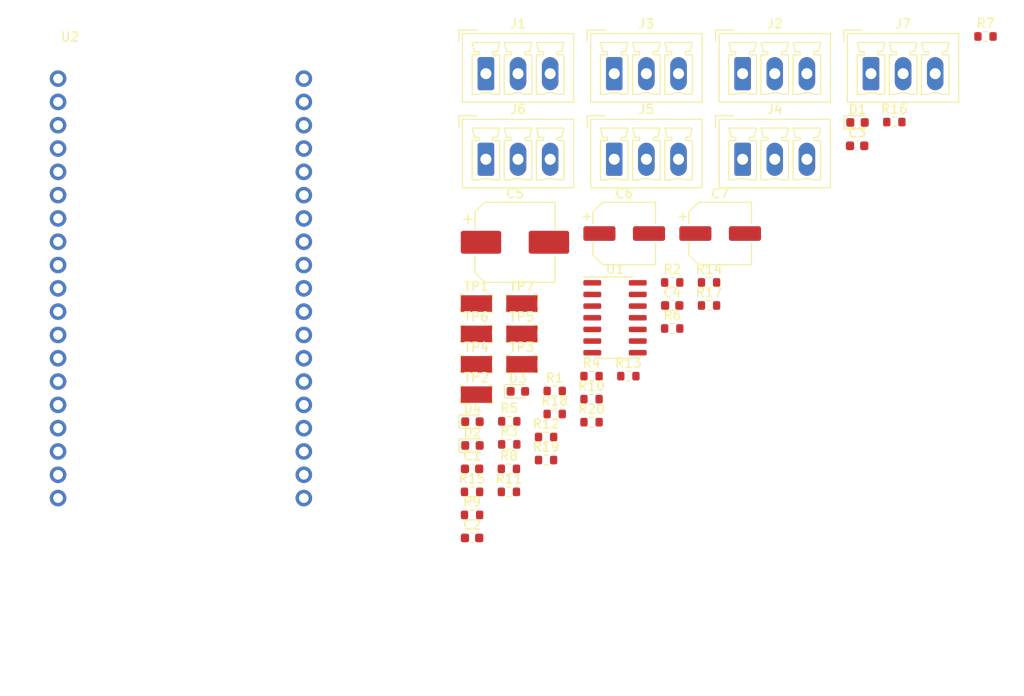
<source format=kicad_pcb>
(kicad_pcb (version 20171130) (host pcbnew "(5.1.10)-1")

  (general
    (thickness 1.6)
    (drawings 0)
    (tracks 0)
    (zones 0)
    (modules 47)
    (nets 34)
  )

  (page A4)
  (layers
    (0 F.Cu signal)
    (31 B.Cu signal)
    (32 B.Adhes user)
    (33 F.Adhes user)
    (34 B.Paste user)
    (35 F.Paste user)
    (36 B.SilkS user)
    (37 F.SilkS user)
    (38 B.Mask user)
    (39 F.Mask user)
    (40 Dwgs.User user)
    (41 Cmts.User user)
    (42 Eco1.User user)
    (43 Eco2.User user)
    (44 Edge.Cuts user)
    (45 Margin user)
    (46 B.CrtYd user)
    (47 F.CrtYd user)
    (48 B.Fab user)
    (49 F.Fab user)
  )

  (setup
    (last_trace_width 0.25)
    (trace_clearance 0.2)
    (zone_clearance 0.508)
    (zone_45_only no)
    (trace_min 0.2)
    (via_size 0.8)
    (via_drill 0.4)
    (via_min_size 0.4)
    (via_min_drill 0.3)
    (uvia_size 0.3)
    (uvia_drill 0.1)
    (uvias_allowed no)
    (uvia_min_size 0.2)
    (uvia_min_drill 0.1)
    (edge_width 0.05)
    (segment_width 0.2)
    (pcb_text_width 0.3)
    (pcb_text_size 1.5 1.5)
    (mod_edge_width 0.12)
    (mod_text_size 1 1)
    (mod_text_width 0.15)
    (pad_size 1.524 1.524)
    (pad_drill 0.762)
    (pad_to_mask_clearance 0)
    (aux_axis_origin 0 0)
    (visible_elements FFFFFF7F)
    (pcbplotparams
      (layerselection 0x010fc_ffffffff)
      (usegerberextensions false)
      (usegerberattributes true)
      (usegerberadvancedattributes true)
      (creategerberjobfile true)
      (excludeedgelayer true)
      (linewidth 0.100000)
      (plotframeref false)
      (viasonmask false)
      (mode 1)
      (useauxorigin false)
      (hpglpennumber 1)
      (hpglpenspeed 20)
      (hpglpendiameter 15.000000)
      (psnegative false)
      (psa4output false)
      (plotreference true)
      (plotvalue true)
      (plotinvisibletext false)
      (padsonsilk false)
      (subtractmaskfromsilk false)
      (outputformat 1)
      (mirror false)
      (drillshape 1)
      (scaleselection 1)
      (outputdirectory ""))
  )

  (net 0 "")
  (net 1 /2A)
  (net 2 GND)
  (net 3 /6A)
  (net 4 /3A)
  (net 5 /1A)
  (net 6 +5V)
  (net 7 +3V3)
  (net 8 "Net-(D1-Pad2)")
  (net 9 "Net-(D2-Pad2)")
  (net 10 "Net-(D3-Pad2)")
  (net 11 "Net-(D4-Pad2)")
  (net 12 "Net-(J1-Pad2)")
  (net 13 "Net-(J2-Pad2)")
  (net 14 "Net-(J3-Pad2)")
  (net 15 "Net-(J4-Pad2)")
  (net 16 /GPIO18)
  (net 17 "Net-(J6-Pad2)")
  (net 18 /GPIO25)
  (net 19 /BAT_PAD_+VE)
  (net 20 "Net-(R2-Pad2)")
  (net 21 /VN)
  (net 22 /GPIO14)
  (net 23 /GPIO12)
  (net 24 /GPIO13)
  (net 25 /GPIO15)
  (net 26 "Net-(R18-Pad2)")
  (net 27 "Net-(R19-Pad2)")
  (net 28 /VP)
  (net 29 /GPIO34)
  (net 30 /GPIO35)
  (net 31 /GPIO33)
  (net 32 /GPIO32)
  (net 33 "Net-(U2-PadNC)")

  (net_class Default "This is the default net class."
    (clearance 0.2)
    (trace_width 0.25)
    (via_dia 0.8)
    (via_drill 0.4)
    (uvia_dia 0.3)
    (uvia_drill 0.1)
    (add_net +3V3)
    (add_net +5V)
    (add_net /1A)
    (add_net /2A)
    (add_net /3A)
    (add_net /6A)
    (add_net /BAT_PAD_+VE)
    (add_net /GPIO12)
    (add_net /GPIO13)
    (add_net /GPIO14)
    (add_net /GPIO15)
    (add_net /GPIO18)
    (add_net /GPIO25)
    (add_net /GPIO32)
    (add_net /GPIO33)
    (add_net /GPIO34)
    (add_net /GPIO35)
    (add_net /VN)
    (add_net /VP)
    (add_net GND)
    (add_net "Net-(D1-Pad2)")
    (add_net "Net-(D2-Pad2)")
    (add_net "Net-(D3-Pad2)")
    (add_net "Net-(D4-Pad2)")
    (add_net "Net-(J1-Pad2)")
    (add_net "Net-(J2-Pad2)")
    (add_net "Net-(J3-Pad2)")
    (add_net "Net-(J4-Pad2)")
    (add_net "Net-(J6-Pad2)")
    (add_net "Net-(R18-Pad2)")
    (add_net "Net-(R19-Pad2)")
    (add_net "Net-(R2-Pad2)")
    (add_net "Net-(U2-PadNC)")
  )

  (module Capacitor_SMD:C_0603_1608Metric (layer F.Cu) (tedit 5F68FEEE) (tstamp 6196FD17)
    (at 130.635001 92.655001)
    (descr "Capacitor SMD 0603 (1608 Metric), square (rectangular) end terminal, IPC_7351 nominal, (Body size source: IPC-SM-782 page 76, https://www.pcb-3d.com/wordpress/wp-content/uploads/ipc-sm-782a_amendment_1_and_2.pdf), generated with kicad-footprint-generator")
    (tags capacitor)
    (path /61B81BBC)
    (attr smd)
    (fp_text reference C1 (at 0 -1.43) (layer F.SilkS)
      (effects (font (size 1 1) (thickness 0.15)))
    )
    (fp_text value 0.1uF (at 0 1.43) (layer F.Fab)
      (effects (font (size 1 1) (thickness 0.15)))
    )
    (fp_line (start 1.48 0.73) (end -1.48 0.73) (layer F.CrtYd) (width 0.05))
    (fp_line (start 1.48 -0.73) (end 1.48 0.73) (layer F.CrtYd) (width 0.05))
    (fp_line (start -1.48 -0.73) (end 1.48 -0.73) (layer F.CrtYd) (width 0.05))
    (fp_line (start -1.48 0.73) (end -1.48 -0.73) (layer F.CrtYd) (width 0.05))
    (fp_line (start -0.14058 0.51) (end 0.14058 0.51) (layer F.SilkS) (width 0.12))
    (fp_line (start -0.14058 -0.51) (end 0.14058 -0.51) (layer F.SilkS) (width 0.12))
    (fp_line (start 0.8 0.4) (end -0.8 0.4) (layer F.Fab) (width 0.1))
    (fp_line (start 0.8 -0.4) (end 0.8 0.4) (layer F.Fab) (width 0.1))
    (fp_line (start -0.8 -0.4) (end 0.8 -0.4) (layer F.Fab) (width 0.1))
    (fp_line (start -0.8 0.4) (end -0.8 -0.4) (layer F.Fab) (width 0.1))
    (fp_text user %R (at 0 0) (layer F.Fab)
      (effects (font (size 0.4 0.4) (thickness 0.06)))
    )
    (pad 1 smd roundrect (at -0.775 0) (size 0.9 0.95) (layers F.Cu F.Paste F.Mask) (roundrect_rratio 0.25)
      (net 1 /2A))
    (pad 2 smd roundrect (at 0.775 0) (size 0.9 0.95) (layers F.Cu F.Paste F.Mask) (roundrect_rratio 0.25)
      (net 2 GND))
    (model ${KISYS3DMOD}/Capacitor_SMD.3dshapes/C_0603_1608Metric.wrl
      (at (xyz 0 0 0))
      (scale (xyz 1 1 1))
      (rotate (xyz 0 0 0))
    )
  )

  (module Capacitor_SMD:C_0603_1608Metric (layer F.Cu) (tedit 5F68FEEE) (tstamp 6196FD28)
    (at 130.635001 100.185001)
    (descr "Capacitor SMD 0603 (1608 Metric), square (rectangular) end terminal, IPC_7351 nominal, (Body size source: IPC-SM-782 page 76, https://www.pcb-3d.com/wordpress/wp-content/uploads/ipc-sm-782a_amendment_1_and_2.pdf), generated with kicad-footprint-generator")
    (tags capacitor)
    (path /61BE87C3)
    (attr smd)
    (fp_text reference C2 (at 0 -1.43) (layer F.SilkS)
      (effects (font (size 1 1) (thickness 0.15)))
    )
    (fp_text value 0.1uF (at 0 1.43) (layer F.Fab)
      (effects (font (size 1 1) (thickness 0.15)))
    )
    (fp_text user %R (at 0 0) (layer F.Fab)
      (effects (font (size 0.4 0.4) (thickness 0.06)))
    )
    (fp_line (start -0.8 0.4) (end -0.8 -0.4) (layer F.Fab) (width 0.1))
    (fp_line (start -0.8 -0.4) (end 0.8 -0.4) (layer F.Fab) (width 0.1))
    (fp_line (start 0.8 -0.4) (end 0.8 0.4) (layer F.Fab) (width 0.1))
    (fp_line (start 0.8 0.4) (end -0.8 0.4) (layer F.Fab) (width 0.1))
    (fp_line (start -0.14058 -0.51) (end 0.14058 -0.51) (layer F.SilkS) (width 0.12))
    (fp_line (start -0.14058 0.51) (end 0.14058 0.51) (layer F.SilkS) (width 0.12))
    (fp_line (start -1.48 0.73) (end -1.48 -0.73) (layer F.CrtYd) (width 0.05))
    (fp_line (start -1.48 -0.73) (end 1.48 -0.73) (layer F.CrtYd) (width 0.05))
    (fp_line (start 1.48 -0.73) (end 1.48 0.73) (layer F.CrtYd) (width 0.05))
    (fp_line (start 1.48 0.73) (end -1.48 0.73) (layer F.CrtYd) (width 0.05))
    (pad 2 smd roundrect (at 0.775 0) (size 0.9 0.95) (layers F.Cu F.Paste F.Mask) (roundrect_rratio 0.25)
      (net 2 GND))
    (pad 1 smd roundrect (at -0.775 0) (size 0.9 0.95) (layers F.Cu F.Paste F.Mask) (roundrect_rratio 0.25)
      (net 3 /6A))
    (model ${KISYS3DMOD}/Capacitor_SMD.3dshapes/C_0603_1608Metric.wrl
      (at (xyz 0 0 0))
      (scale (xyz 1 1 1))
      (rotate (xyz 0 0 0))
    )
  )

  (module Capacitor_SMD:C_0603_1608Metric (layer F.Cu) (tedit 5F68FEEE) (tstamp 6196FD39)
    (at 172.575001 57.445001)
    (descr "Capacitor SMD 0603 (1608 Metric), square (rectangular) end terminal, IPC_7351 nominal, (Body size source: IPC-SM-782 page 76, https://www.pcb-3d.com/wordpress/wp-content/uploads/ipc-sm-782a_amendment_1_and_2.pdf), generated with kicad-footprint-generator")
    (tags capacitor)
    (path /61B98DE0)
    (attr smd)
    (fp_text reference C3 (at 0 -1.43) (layer F.SilkS)
      (effects (font (size 1 1) (thickness 0.15)))
    )
    (fp_text value 0.1uF (at 0 1.43) (layer F.Fab)
      (effects (font (size 1 1) (thickness 0.15)))
    )
    (fp_line (start 1.48 0.73) (end -1.48 0.73) (layer F.CrtYd) (width 0.05))
    (fp_line (start 1.48 -0.73) (end 1.48 0.73) (layer F.CrtYd) (width 0.05))
    (fp_line (start -1.48 -0.73) (end 1.48 -0.73) (layer F.CrtYd) (width 0.05))
    (fp_line (start -1.48 0.73) (end -1.48 -0.73) (layer F.CrtYd) (width 0.05))
    (fp_line (start -0.14058 0.51) (end 0.14058 0.51) (layer F.SilkS) (width 0.12))
    (fp_line (start -0.14058 -0.51) (end 0.14058 -0.51) (layer F.SilkS) (width 0.12))
    (fp_line (start 0.8 0.4) (end -0.8 0.4) (layer F.Fab) (width 0.1))
    (fp_line (start 0.8 -0.4) (end 0.8 0.4) (layer F.Fab) (width 0.1))
    (fp_line (start -0.8 -0.4) (end 0.8 -0.4) (layer F.Fab) (width 0.1))
    (fp_line (start -0.8 0.4) (end -0.8 -0.4) (layer F.Fab) (width 0.1))
    (fp_text user %R (at 0 0) (layer F.Fab)
      (effects (font (size 0.4 0.4) (thickness 0.06)))
    )
    (pad 1 smd roundrect (at -0.775 0) (size 0.9 0.95) (layers F.Cu F.Paste F.Mask) (roundrect_rratio 0.25)
      (net 4 /3A))
    (pad 2 smd roundrect (at 0.775 0) (size 0.9 0.95) (layers F.Cu F.Paste F.Mask) (roundrect_rratio 0.25)
      (net 2 GND))
    (model ${KISYS3DMOD}/Capacitor_SMD.3dshapes/C_0603_1608Metric.wrl
      (at (xyz 0 0 0))
      (scale (xyz 1 1 1))
      (rotate (xyz 0 0 0))
    )
  )

  (module Capacitor_SMD:C_0603_1608Metric (layer F.Cu) (tedit 5F68FEEE) (tstamp 6196FD4A)
    (at 152.435001 74.845001)
    (descr "Capacitor SMD 0603 (1608 Metric), square (rectangular) end terminal, IPC_7351 nominal, (Body size source: IPC-SM-782 page 76, https://www.pcb-3d.com/wordpress/wp-content/uploads/ipc-sm-782a_amendment_1_and_2.pdf), generated with kicad-footprint-generator")
    (tags capacitor)
    (path /61B7808F)
    (attr smd)
    (fp_text reference C4 (at 0 -1.43) (layer F.SilkS)
      (effects (font (size 1 1) (thickness 0.15)))
    )
    (fp_text value 0.1uF (at 0 1.43) (layer F.Fab)
      (effects (font (size 1 1) (thickness 0.15)))
    )
    (fp_text user %R (at 0 0) (layer F.Fab)
      (effects (font (size 0.4 0.4) (thickness 0.06)))
    )
    (fp_line (start -0.8 0.4) (end -0.8 -0.4) (layer F.Fab) (width 0.1))
    (fp_line (start -0.8 -0.4) (end 0.8 -0.4) (layer F.Fab) (width 0.1))
    (fp_line (start 0.8 -0.4) (end 0.8 0.4) (layer F.Fab) (width 0.1))
    (fp_line (start 0.8 0.4) (end -0.8 0.4) (layer F.Fab) (width 0.1))
    (fp_line (start -0.14058 -0.51) (end 0.14058 -0.51) (layer F.SilkS) (width 0.12))
    (fp_line (start -0.14058 0.51) (end 0.14058 0.51) (layer F.SilkS) (width 0.12))
    (fp_line (start -1.48 0.73) (end -1.48 -0.73) (layer F.CrtYd) (width 0.05))
    (fp_line (start -1.48 -0.73) (end 1.48 -0.73) (layer F.CrtYd) (width 0.05))
    (fp_line (start 1.48 -0.73) (end 1.48 0.73) (layer F.CrtYd) (width 0.05))
    (fp_line (start 1.48 0.73) (end -1.48 0.73) (layer F.CrtYd) (width 0.05))
    (pad 2 smd roundrect (at 0.775 0) (size 0.9 0.95) (layers F.Cu F.Paste F.Mask) (roundrect_rratio 0.25)
      (net 2 GND))
    (pad 1 smd roundrect (at -0.775 0) (size 0.9 0.95) (layers F.Cu F.Paste F.Mask) (roundrect_rratio 0.25)
      (net 5 /1A))
    (model ${KISYS3DMOD}/Capacitor_SMD.3dshapes/C_0603_1608Metric.wrl
      (at (xyz 0 0 0))
      (scale (xyz 1 1 1))
      (rotate (xyz 0 0 0))
    )
  )

  (module Capacitor_SMD:CP_Elec_8x10.5 (layer F.Cu) (tedit 5BCA39D0) (tstamp 6196FD72)
    (at 135.305001 67.955001)
    (descr "SMD capacitor, aluminum electrolytic, Vishay 0810, 8.0x10.5mm, http://www.vishay.com/docs/28395/150crz.pdf")
    (tags "capacitor electrolytic")
    (path /62291BA1)
    (attr smd)
    (fp_text reference C5 (at 0 -5.3) (layer F.SilkS)
      (effects (font (size 1 1) (thickness 0.15)))
    )
    (fp_text value 330uF_10V (at 0 5.3) (layer F.Fab)
      (effects (font (size 1 1) (thickness 0.15)))
    )
    (fp_line (start -6.15 1.5) (end -4.5 1.5) (layer F.CrtYd) (width 0.05))
    (fp_line (start -6.15 -1.5) (end -6.15 1.5) (layer F.CrtYd) (width 0.05))
    (fp_line (start -4.5 -1.5) (end -6.15 -1.5) (layer F.CrtYd) (width 0.05))
    (fp_line (start -4.5 1.5) (end -4.5 3.35) (layer F.CrtYd) (width 0.05))
    (fp_line (start -4.5 -3.35) (end -4.5 -1.5) (layer F.CrtYd) (width 0.05))
    (fp_line (start -4.5 -3.35) (end -3.35 -4.5) (layer F.CrtYd) (width 0.05))
    (fp_line (start -4.5 3.35) (end -3.35 4.5) (layer F.CrtYd) (width 0.05))
    (fp_line (start -3.35 -4.5) (end 4.5 -4.5) (layer F.CrtYd) (width 0.05))
    (fp_line (start -3.35 4.5) (end 4.5 4.5) (layer F.CrtYd) (width 0.05))
    (fp_line (start 4.5 1.5) (end 4.5 4.5) (layer F.CrtYd) (width 0.05))
    (fp_line (start 6.15 1.5) (end 4.5 1.5) (layer F.CrtYd) (width 0.05))
    (fp_line (start 6.15 -1.5) (end 6.15 1.5) (layer F.CrtYd) (width 0.05))
    (fp_line (start 4.5 -1.5) (end 6.15 -1.5) (layer F.CrtYd) (width 0.05))
    (fp_line (start 4.5 -4.5) (end 4.5 -1.5) (layer F.CrtYd) (width 0.05))
    (fp_line (start -5.1 -3.01) (end -5.1 -2.01) (layer F.SilkS) (width 0.12))
    (fp_line (start -5.6 -2.51) (end -4.6 -2.51) (layer F.SilkS) (width 0.12))
    (fp_line (start -4.36 3.295563) (end -3.295563 4.36) (layer F.SilkS) (width 0.12))
    (fp_line (start -4.36 -3.295563) (end -3.295563 -4.36) (layer F.SilkS) (width 0.12))
    (fp_line (start -4.36 -3.295563) (end -4.36 -1.51) (layer F.SilkS) (width 0.12))
    (fp_line (start -4.36 3.295563) (end -4.36 1.51) (layer F.SilkS) (width 0.12))
    (fp_line (start -3.295563 4.36) (end 4.36 4.36) (layer F.SilkS) (width 0.12))
    (fp_line (start -3.295563 -4.36) (end 4.36 -4.36) (layer F.SilkS) (width 0.12))
    (fp_line (start 4.36 -4.36) (end 4.36 -1.51) (layer F.SilkS) (width 0.12))
    (fp_line (start 4.36 4.36) (end 4.36 1.51) (layer F.SilkS) (width 0.12))
    (fp_line (start -3.162278 -1.9) (end -3.162278 -1.1) (layer F.Fab) (width 0.1))
    (fp_line (start -3.562278 -1.5) (end -2.762278 -1.5) (layer F.Fab) (width 0.1))
    (fp_line (start -4.25 3.25) (end -3.25 4.25) (layer F.Fab) (width 0.1))
    (fp_line (start -4.25 -3.25) (end -3.25 -4.25) (layer F.Fab) (width 0.1))
    (fp_line (start -4.25 -3.25) (end -4.25 3.25) (layer F.Fab) (width 0.1))
    (fp_line (start -3.25 4.25) (end 4.25 4.25) (layer F.Fab) (width 0.1))
    (fp_line (start -3.25 -4.25) (end 4.25 -4.25) (layer F.Fab) (width 0.1))
    (fp_line (start 4.25 -4.25) (end 4.25 4.25) (layer F.Fab) (width 0.1))
    (fp_circle (center 0 0) (end 4 0) (layer F.Fab) (width 0.1))
    (fp_text user %R (at 0 0) (layer F.Fab)
      (effects (font (size 1 1) (thickness 0.15)))
    )
    (pad 1 smd roundrect (at -3.7 0) (size 4.4 2.5) (layers F.Cu F.Paste F.Mask) (roundrect_rratio 0.1)
      (net 6 +5V))
    (pad 2 smd roundrect (at 3.7 0) (size 4.4 2.5) (layers F.Cu F.Paste F.Mask) (roundrect_rratio 0.1)
      (net 2 GND))
    (model ${KISYS3DMOD}/Capacitor_SMD.3dshapes/CP_Elec_8x10.5.wrl
      (at (xyz 0 0 0))
      (scale (xyz 1 1 1))
      (rotate (xyz 0 0 0))
    )
  )

  (module Capacitor_SMD:CP_Elec_6.3x7.7 (layer F.Cu) (tedit 5BCA39D0) (tstamp 6196FD9A)
    (at 147.205001 67.005001)
    (descr "SMD capacitor, aluminum electrolytic, Nichicon, 6.3x7.7mm")
    (tags "capacitor electrolytic")
    (path /62292563)
    (attr smd)
    (fp_text reference C6 (at 0 -4.35) (layer F.SilkS)
      (effects (font (size 1 1) (thickness 0.15)))
    )
    (fp_text value 330uF_6V (at 0 4.35) (layer F.Fab)
      (effects (font (size 1 1) (thickness 0.15)))
    )
    (fp_line (start -4.7 1.05) (end -3.55 1.05) (layer F.CrtYd) (width 0.05))
    (fp_line (start -4.7 -1.05) (end -4.7 1.05) (layer F.CrtYd) (width 0.05))
    (fp_line (start -3.55 -1.05) (end -4.7 -1.05) (layer F.CrtYd) (width 0.05))
    (fp_line (start -3.55 1.05) (end -3.55 2.4) (layer F.CrtYd) (width 0.05))
    (fp_line (start -3.55 -2.4) (end -3.55 -1.05) (layer F.CrtYd) (width 0.05))
    (fp_line (start -3.55 -2.4) (end -2.4 -3.55) (layer F.CrtYd) (width 0.05))
    (fp_line (start -3.55 2.4) (end -2.4 3.55) (layer F.CrtYd) (width 0.05))
    (fp_line (start -2.4 -3.55) (end 3.55 -3.55) (layer F.CrtYd) (width 0.05))
    (fp_line (start -2.4 3.55) (end 3.55 3.55) (layer F.CrtYd) (width 0.05))
    (fp_line (start 3.55 1.05) (end 3.55 3.55) (layer F.CrtYd) (width 0.05))
    (fp_line (start 4.7 1.05) (end 3.55 1.05) (layer F.CrtYd) (width 0.05))
    (fp_line (start 4.7 -1.05) (end 4.7 1.05) (layer F.CrtYd) (width 0.05))
    (fp_line (start 3.55 -1.05) (end 4.7 -1.05) (layer F.CrtYd) (width 0.05))
    (fp_line (start 3.55 -3.55) (end 3.55 -1.05) (layer F.CrtYd) (width 0.05))
    (fp_line (start -4.04375 -2.24125) (end -4.04375 -1.45375) (layer F.SilkS) (width 0.12))
    (fp_line (start -4.4375 -1.8475) (end -3.65 -1.8475) (layer F.SilkS) (width 0.12))
    (fp_line (start -3.41 2.345563) (end -2.345563 3.41) (layer F.SilkS) (width 0.12))
    (fp_line (start -3.41 -2.345563) (end -2.345563 -3.41) (layer F.SilkS) (width 0.12))
    (fp_line (start -3.41 -2.345563) (end -3.41 -1.06) (layer F.SilkS) (width 0.12))
    (fp_line (start -3.41 2.345563) (end -3.41 1.06) (layer F.SilkS) (width 0.12))
    (fp_line (start -2.345563 3.41) (end 3.41 3.41) (layer F.SilkS) (width 0.12))
    (fp_line (start -2.345563 -3.41) (end 3.41 -3.41) (layer F.SilkS) (width 0.12))
    (fp_line (start 3.41 -3.41) (end 3.41 -1.06) (layer F.SilkS) (width 0.12))
    (fp_line (start 3.41 3.41) (end 3.41 1.06) (layer F.SilkS) (width 0.12))
    (fp_line (start -2.389838 -1.645) (end -2.389838 -1.015) (layer F.Fab) (width 0.1))
    (fp_line (start -2.704838 -1.33) (end -2.074838 -1.33) (layer F.Fab) (width 0.1))
    (fp_line (start -3.3 2.3) (end -2.3 3.3) (layer F.Fab) (width 0.1))
    (fp_line (start -3.3 -2.3) (end -2.3 -3.3) (layer F.Fab) (width 0.1))
    (fp_line (start -3.3 -2.3) (end -3.3 2.3) (layer F.Fab) (width 0.1))
    (fp_line (start -2.3 3.3) (end 3.3 3.3) (layer F.Fab) (width 0.1))
    (fp_line (start -2.3 -3.3) (end 3.3 -3.3) (layer F.Fab) (width 0.1))
    (fp_line (start 3.3 -3.3) (end 3.3 3.3) (layer F.Fab) (width 0.1))
    (fp_circle (center 0 0) (end 3.15 0) (layer F.Fab) (width 0.1))
    (fp_text user %R (at 0 0) (layer F.Fab)
      (effects (font (size 1 1) (thickness 0.15)))
    )
    (pad 1 smd roundrect (at -2.7 0) (size 3.5 1.6) (layers F.Cu F.Paste F.Mask) (roundrect_rratio 0.15625)
      (net 7 +3V3))
    (pad 2 smd roundrect (at 2.7 0) (size 3.5 1.6) (layers F.Cu F.Paste F.Mask) (roundrect_rratio 0.15625)
      (net 2 GND))
    (model ${KISYS3DMOD}/Capacitor_SMD.3dshapes/CP_Elec_6.3x7.7.wrl
      (at (xyz 0 0 0))
      (scale (xyz 1 1 1))
      (rotate (xyz 0 0 0))
    )
  )

  (module Capacitor_SMD:CP_Elec_6.3x7.7 (layer F.Cu) (tedit 5BCA39D0) (tstamp 6196FDC2)
    (at 157.655001 67.005001)
    (descr "SMD capacitor, aluminum electrolytic, Nichicon, 6.3x7.7mm")
    (tags "capacitor electrolytic")
    (path /622B0259)
    (attr smd)
    (fp_text reference C7 (at 0 -4.35) (layer F.SilkS)
      (effects (font (size 1 1) (thickness 0.15)))
    )
    (fp_text value 330uF_6V (at 0 4.35) (layer F.Fab)
      (effects (font (size 1 1) (thickness 0.15)))
    )
    (fp_text user %R (at 0 0) (layer F.Fab)
      (effects (font (size 1 1) (thickness 0.15)))
    )
    (fp_circle (center 0 0) (end 3.15 0) (layer F.Fab) (width 0.1))
    (fp_line (start 3.3 -3.3) (end 3.3 3.3) (layer F.Fab) (width 0.1))
    (fp_line (start -2.3 -3.3) (end 3.3 -3.3) (layer F.Fab) (width 0.1))
    (fp_line (start -2.3 3.3) (end 3.3 3.3) (layer F.Fab) (width 0.1))
    (fp_line (start -3.3 -2.3) (end -3.3 2.3) (layer F.Fab) (width 0.1))
    (fp_line (start -3.3 -2.3) (end -2.3 -3.3) (layer F.Fab) (width 0.1))
    (fp_line (start -3.3 2.3) (end -2.3 3.3) (layer F.Fab) (width 0.1))
    (fp_line (start -2.704838 -1.33) (end -2.074838 -1.33) (layer F.Fab) (width 0.1))
    (fp_line (start -2.389838 -1.645) (end -2.389838 -1.015) (layer F.Fab) (width 0.1))
    (fp_line (start 3.41 3.41) (end 3.41 1.06) (layer F.SilkS) (width 0.12))
    (fp_line (start 3.41 -3.41) (end 3.41 -1.06) (layer F.SilkS) (width 0.12))
    (fp_line (start -2.345563 -3.41) (end 3.41 -3.41) (layer F.SilkS) (width 0.12))
    (fp_line (start -2.345563 3.41) (end 3.41 3.41) (layer F.SilkS) (width 0.12))
    (fp_line (start -3.41 2.345563) (end -3.41 1.06) (layer F.SilkS) (width 0.12))
    (fp_line (start -3.41 -2.345563) (end -3.41 -1.06) (layer F.SilkS) (width 0.12))
    (fp_line (start -3.41 -2.345563) (end -2.345563 -3.41) (layer F.SilkS) (width 0.12))
    (fp_line (start -3.41 2.345563) (end -2.345563 3.41) (layer F.SilkS) (width 0.12))
    (fp_line (start -4.4375 -1.8475) (end -3.65 -1.8475) (layer F.SilkS) (width 0.12))
    (fp_line (start -4.04375 -2.24125) (end -4.04375 -1.45375) (layer F.SilkS) (width 0.12))
    (fp_line (start 3.55 -3.55) (end 3.55 -1.05) (layer F.CrtYd) (width 0.05))
    (fp_line (start 3.55 -1.05) (end 4.7 -1.05) (layer F.CrtYd) (width 0.05))
    (fp_line (start 4.7 -1.05) (end 4.7 1.05) (layer F.CrtYd) (width 0.05))
    (fp_line (start 4.7 1.05) (end 3.55 1.05) (layer F.CrtYd) (width 0.05))
    (fp_line (start 3.55 1.05) (end 3.55 3.55) (layer F.CrtYd) (width 0.05))
    (fp_line (start -2.4 3.55) (end 3.55 3.55) (layer F.CrtYd) (width 0.05))
    (fp_line (start -2.4 -3.55) (end 3.55 -3.55) (layer F.CrtYd) (width 0.05))
    (fp_line (start -3.55 2.4) (end -2.4 3.55) (layer F.CrtYd) (width 0.05))
    (fp_line (start -3.55 -2.4) (end -2.4 -3.55) (layer F.CrtYd) (width 0.05))
    (fp_line (start -3.55 -2.4) (end -3.55 -1.05) (layer F.CrtYd) (width 0.05))
    (fp_line (start -3.55 1.05) (end -3.55 2.4) (layer F.CrtYd) (width 0.05))
    (fp_line (start -3.55 -1.05) (end -4.7 -1.05) (layer F.CrtYd) (width 0.05))
    (fp_line (start -4.7 -1.05) (end -4.7 1.05) (layer F.CrtYd) (width 0.05))
    (fp_line (start -4.7 1.05) (end -3.55 1.05) (layer F.CrtYd) (width 0.05))
    (pad 2 smd roundrect (at 2.7 0) (size 3.5 1.6) (layers F.Cu F.Paste F.Mask) (roundrect_rratio 0.15625)
      (net 2 GND))
    (pad 1 smd roundrect (at -2.7 0) (size 3.5 1.6) (layers F.Cu F.Paste F.Mask) (roundrect_rratio 0.15625)
      (net 7 +3V3))
    (model ${KISYS3DMOD}/Capacitor_SMD.3dshapes/CP_Elec_6.3x7.7.wrl
      (at (xyz 0 0 0))
      (scale (xyz 1 1 1))
      (rotate (xyz 0 0 0))
    )
  )

  (module LED_SMD:LED_0603_1608Metric (layer F.Cu) (tedit 5F68FEF1) (tstamp 6196FDD5)
    (at 172.615001 54.895001)
    (descr "LED SMD 0603 (1608 Metric), square (rectangular) end terminal, IPC_7351 nominal, (Body size source: http://www.tortai-tech.com/upload/download/2011102023233369053.pdf), generated with kicad-footprint-generator")
    (tags LED)
    (path /61D8160B)
    (attr smd)
    (fp_text reference D1 (at 0 -1.43) (layer F.SilkS)
      (effects (font (size 1 1) (thickness 0.15)))
    )
    (fp_text value LED (at 0 1.43) (layer F.Fab)
      (effects (font (size 1 1) (thickness 0.15)))
    )
    (fp_line (start 1.48 0.73) (end -1.48 0.73) (layer F.CrtYd) (width 0.05))
    (fp_line (start 1.48 -0.73) (end 1.48 0.73) (layer F.CrtYd) (width 0.05))
    (fp_line (start -1.48 -0.73) (end 1.48 -0.73) (layer F.CrtYd) (width 0.05))
    (fp_line (start -1.48 0.73) (end -1.48 -0.73) (layer F.CrtYd) (width 0.05))
    (fp_line (start -1.485 0.735) (end 0.8 0.735) (layer F.SilkS) (width 0.12))
    (fp_line (start -1.485 -0.735) (end -1.485 0.735) (layer F.SilkS) (width 0.12))
    (fp_line (start 0.8 -0.735) (end -1.485 -0.735) (layer F.SilkS) (width 0.12))
    (fp_line (start 0.8 0.4) (end 0.8 -0.4) (layer F.Fab) (width 0.1))
    (fp_line (start -0.8 0.4) (end 0.8 0.4) (layer F.Fab) (width 0.1))
    (fp_line (start -0.8 -0.1) (end -0.8 0.4) (layer F.Fab) (width 0.1))
    (fp_line (start -0.5 -0.4) (end -0.8 -0.1) (layer F.Fab) (width 0.1))
    (fp_line (start 0.8 -0.4) (end -0.5 -0.4) (layer F.Fab) (width 0.1))
    (fp_text user %R (at 0 0) (layer F.Fab)
      (effects (font (size 0.4 0.4) (thickness 0.06)))
    )
    (pad 1 smd roundrect (at -0.7875 0) (size 0.875 0.95) (layers F.Cu F.Paste F.Mask) (roundrect_rratio 0.25)
      (net 2 GND))
    (pad 2 smd roundrect (at 0.7875 0) (size 0.875 0.95) (layers F.Cu F.Paste F.Mask) (roundrect_rratio 0.25)
      (net 8 "Net-(D1-Pad2)"))
    (model ${KISYS3DMOD}/LED_SMD.3dshapes/LED_0603_1608Metric.wrl
      (at (xyz 0 0 0))
      (scale (xyz 1 1 1))
      (rotate (xyz 0 0 0))
    )
  )

  (module LED_SMD:LED_0603_1608Metric (layer F.Cu) (tedit 5F68FEF1) (tstamp 6196FDE8)
    (at 130.675001 90.105001)
    (descr "LED SMD 0603 (1608 Metric), square (rectangular) end terminal, IPC_7351 nominal, (Body size source: http://www.tortai-tech.com/upload/download/2011102023233369053.pdf), generated with kicad-footprint-generator")
    (tags LED)
    (path /61D99D3A)
    (attr smd)
    (fp_text reference D2 (at 0 -1.43) (layer F.SilkS)
      (effects (font (size 1 1) (thickness 0.15)))
    )
    (fp_text value LED (at 0 1.43) (layer F.Fab)
      (effects (font (size 1 1) (thickness 0.15)))
    )
    (fp_text user %R (at 0 0) (layer F.Fab)
      (effects (font (size 0.4 0.4) (thickness 0.06)))
    )
    (fp_line (start 0.8 -0.4) (end -0.5 -0.4) (layer F.Fab) (width 0.1))
    (fp_line (start -0.5 -0.4) (end -0.8 -0.1) (layer F.Fab) (width 0.1))
    (fp_line (start -0.8 -0.1) (end -0.8 0.4) (layer F.Fab) (width 0.1))
    (fp_line (start -0.8 0.4) (end 0.8 0.4) (layer F.Fab) (width 0.1))
    (fp_line (start 0.8 0.4) (end 0.8 -0.4) (layer F.Fab) (width 0.1))
    (fp_line (start 0.8 -0.735) (end -1.485 -0.735) (layer F.SilkS) (width 0.12))
    (fp_line (start -1.485 -0.735) (end -1.485 0.735) (layer F.SilkS) (width 0.12))
    (fp_line (start -1.485 0.735) (end 0.8 0.735) (layer F.SilkS) (width 0.12))
    (fp_line (start -1.48 0.73) (end -1.48 -0.73) (layer F.CrtYd) (width 0.05))
    (fp_line (start -1.48 -0.73) (end 1.48 -0.73) (layer F.CrtYd) (width 0.05))
    (fp_line (start 1.48 -0.73) (end 1.48 0.73) (layer F.CrtYd) (width 0.05))
    (fp_line (start 1.48 0.73) (end -1.48 0.73) (layer F.CrtYd) (width 0.05))
    (pad 2 smd roundrect (at 0.7875 0) (size 0.875 0.95) (layers F.Cu F.Paste F.Mask) (roundrect_rratio 0.25)
      (net 9 "Net-(D2-Pad2)"))
    (pad 1 smd roundrect (at -0.7875 0) (size 0.875 0.95) (layers F.Cu F.Paste F.Mask) (roundrect_rratio 0.25)
      (net 2 GND))
    (model ${KISYS3DMOD}/LED_SMD.3dshapes/LED_0603_1608Metric.wrl
      (at (xyz 0 0 0))
      (scale (xyz 1 1 1))
      (rotate (xyz 0 0 0))
    )
  )

  (module LED_SMD:LED_0603_1608Metric (layer F.Cu) (tedit 5F68FEF1) (tstamp 6196FDFB)
    (at 135.625001 84.205001)
    (descr "LED SMD 0603 (1608 Metric), square (rectangular) end terminal, IPC_7351 nominal, (Body size source: http://www.tortai-tech.com/upload/download/2011102023233369053.pdf), generated with kicad-footprint-generator")
    (tags LED)
    (path /61DAF11B)
    (attr smd)
    (fp_text reference D3 (at 0 -1.43) (layer F.SilkS)
      (effects (font (size 1 1) (thickness 0.15)))
    )
    (fp_text value LED (at 0 1.43) (layer F.Fab)
      (effects (font (size 1 1) (thickness 0.15)))
    )
    (fp_line (start 1.48 0.73) (end -1.48 0.73) (layer F.CrtYd) (width 0.05))
    (fp_line (start 1.48 -0.73) (end 1.48 0.73) (layer F.CrtYd) (width 0.05))
    (fp_line (start -1.48 -0.73) (end 1.48 -0.73) (layer F.CrtYd) (width 0.05))
    (fp_line (start -1.48 0.73) (end -1.48 -0.73) (layer F.CrtYd) (width 0.05))
    (fp_line (start -1.485 0.735) (end 0.8 0.735) (layer F.SilkS) (width 0.12))
    (fp_line (start -1.485 -0.735) (end -1.485 0.735) (layer F.SilkS) (width 0.12))
    (fp_line (start 0.8 -0.735) (end -1.485 -0.735) (layer F.SilkS) (width 0.12))
    (fp_line (start 0.8 0.4) (end 0.8 -0.4) (layer F.Fab) (width 0.1))
    (fp_line (start -0.8 0.4) (end 0.8 0.4) (layer F.Fab) (width 0.1))
    (fp_line (start -0.8 -0.1) (end -0.8 0.4) (layer F.Fab) (width 0.1))
    (fp_line (start -0.5 -0.4) (end -0.8 -0.1) (layer F.Fab) (width 0.1))
    (fp_line (start 0.8 -0.4) (end -0.5 -0.4) (layer F.Fab) (width 0.1))
    (fp_text user %R (at 0 0) (layer F.Fab)
      (effects (font (size 0.4 0.4) (thickness 0.06)))
    )
    (pad 1 smd roundrect (at -0.7875 0) (size 0.875 0.95) (layers F.Cu F.Paste F.Mask) (roundrect_rratio 0.25)
      (net 2 GND))
    (pad 2 smd roundrect (at 0.7875 0) (size 0.875 0.95) (layers F.Cu F.Paste F.Mask) (roundrect_rratio 0.25)
      (net 10 "Net-(D3-Pad2)"))
    (model ${KISYS3DMOD}/LED_SMD.3dshapes/LED_0603_1608Metric.wrl
      (at (xyz 0 0 0))
      (scale (xyz 1 1 1))
      (rotate (xyz 0 0 0))
    )
  )

  (module LED_SMD:LED_0603_1608Metric (layer F.Cu) (tedit 5F68FEF1) (tstamp 6196FE0E)
    (at 130.675001 87.515001)
    (descr "LED SMD 0603 (1608 Metric), square (rectangular) end terminal, IPC_7351 nominal, (Body size source: http://www.tortai-tech.com/upload/download/2011102023233369053.pdf), generated with kicad-footprint-generator")
    (tags LED)
    (path /61DAF13D)
    (attr smd)
    (fp_text reference D4 (at 0 -1.43) (layer F.SilkS)
      (effects (font (size 1 1) (thickness 0.15)))
    )
    (fp_text value LED (at 0 1.43) (layer F.Fab)
      (effects (font (size 1 1) (thickness 0.15)))
    )
    (fp_text user %R (at 0 0) (layer F.Fab)
      (effects (font (size 0.4 0.4) (thickness 0.06)))
    )
    (fp_line (start 0.8 -0.4) (end -0.5 -0.4) (layer F.Fab) (width 0.1))
    (fp_line (start -0.5 -0.4) (end -0.8 -0.1) (layer F.Fab) (width 0.1))
    (fp_line (start -0.8 -0.1) (end -0.8 0.4) (layer F.Fab) (width 0.1))
    (fp_line (start -0.8 0.4) (end 0.8 0.4) (layer F.Fab) (width 0.1))
    (fp_line (start 0.8 0.4) (end 0.8 -0.4) (layer F.Fab) (width 0.1))
    (fp_line (start 0.8 -0.735) (end -1.485 -0.735) (layer F.SilkS) (width 0.12))
    (fp_line (start -1.485 -0.735) (end -1.485 0.735) (layer F.SilkS) (width 0.12))
    (fp_line (start -1.485 0.735) (end 0.8 0.735) (layer F.SilkS) (width 0.12))
    (fp_line (start -1.48 0.73) (end -1.48 -0.73) (layer F.CrtYd) (width 0.05))
    (fp_line (start -1.48 -0.73) (end 1.48 -0.73) (layer F.CrtYd) (width 0.05))
    (fp_line (start 1.48 -0.73) (end 1.48 0.73) (layer F.CrtYd) (width 0.05))
    (fp_line (start 1.48 0.73) (end -1.48 0.73) (layer F.CrtYd) (width 0.05))
    (pad 2 smd roundrect (at 0.7875 0) (size 0.875 0.95) (layers F.Cu F.Paste F.Mask) (roundrect_rratio 0.25)
      (net 11 "Net-(D4-Pad2)"))
    (pad 1 smd roundrect (at -0.7875 0) (size 0.875 0.95) (layers F.Cu F.Paste F.Mask) (roundrect_rratio 0.25)
      (net 2 GND))
    (model ${KISYS3DMOD}/LED_SMD.3dshapes/LED_0603_1608Metric.wrl
      (at (xyz 0 0 0))
      (scale (xyz 1 1 1))
      (rotate (xyz 0 0 0))
    )
  )

  (module Connector_Phoenix_MC:PhoenixContact_MCV_1,5_3-G-3.5_1x03_P3.50mm_Vertical (layer F.Cu) (tedit 5B784ED0) (tstamp 6196FE50)
    (at 132.140001 49.580001)
    (descr "Generic Phoenix Contact connector footprint for: MCV_1,5/3-G-3.5; number of pins: 03; pin pitch: 3.50mm; Vertical || order number: 1843619 8A 160V")
    (tags "phoenix_contact connector MCV_01x03_G_3.5mm")
    (path /61BE8764)
    (fp_text reference J1 (at 3.5 -5.45) (layer F.SilkS)
      (effects (font (size 1 1) (thickness 0.15)))
    )
    (fp_text value "Conn. Flow4" (at 3.5 4.2) (layer F.Fab)
      (effects (font (size 1 1) (thickness 0.15)))
    )
    (fp_line (start -2.95 -4.75) (end -0.95 -4.75) (layer F.Fab) (width 0.1))
    (fp_line (start -2.95 -3.5) (end -2.95 -4.75) (layer F.Fab) (width 0.1))
    (fp_line (start -2.95 -4.75) (end -0.95 -4.75) (layer F.SilkS) (width 0.12))
    (fp_line (start -2.95 -3.5) (end -2.95 -4.75) (layer F.SilkS) (width 0.12))
    (fp_line (start 9.95 -4.75) (end -2.95 -4.75) (layer F.CrtYd) (width 0.05))
    (fp_line (start 9.95 3.5) (end 9.95 -4.75) (layer F.CrtYd) (width 0.05))
    (fp_line (start -2.95 3.5) (end 9.95 3.5) (layer F.CrtYd) (width 0.05))
    (fp_line (start -2.95 -4.75) (end -2.95 3.5) (layer F.CrtYd) (width 0.05))
    (fp_line (start 8.5 2.25) (end 7.75 2.25) (layer F.SilkS) (width 0.12))
    (fp_line (start 8.5 -2.05) (end 8.5 2.25) (layer F.SilkS) (width 0.12))
    (fp_line (start 7.75 -2.05) (end 8.5 -2.05) (layer F.SilkS) (width 0.12))
    (fp_line (start 7.75 -2.4) (end 7.75 -2.05) (layer F.SilkS) (width 0.12))
    (fp_line (start 8.25 -2.4) (end 7.75 -2.4) (layer F.SilkS) (width 0.12))
    (fp_line (start 8.5 -3.4) (end 8.25 -2.4) (layer F.SilkS) (width 0.12))
    (fp_line (start 5.5 -3.4) (end 8.5 -3.4) (layer F.SilkS) (width 0.12))
    (fp_line (start 5.75 -2.4) (end 5.5 -3.4) (layer F.SilkS) (width 0.12))
    (fp_line (start 6.25 -2.4) (end 5.75 -2.4) (layer F.SilkS) (width 0.12))
    (fp_line (start 6.25 -2.05) (end 6.25 -2.4) (layer F.SilkS) (width 0.12))
    (fp_line (start 5.5 -2.05) (end 6.25 -2.05) (layer F.SilkS) (width 0.12))
    (fp_line (start 5.5 2.25) (end 5.5 -2.05) (layer F.SilkS) (width 0.12))
    (fp_line (start 6.25 2.25) (end 5.5 2.25) (layer F.SilkS) (width 0.12))
    (fp_line (start 5 2.25) (end 4.25 2.25) (layer F.SilkS) (width 0.12))
    (fp_line (start 5 -2.05) (end 5 2.25) (layer F.SilkS) (width 0.12))
    (fp_line (start 4.25 -2.05) (end 5 -2.05) (layer F.SilkS) (width 0.12))
    (fp_line (start 4.25 -2.4) (end 4.25 -2.05) (layer F.SilkS) (width 0.12))
    (fp_line (start 4.75 -2.4) (end 4.25 -2.4) (layer F.SilkS) (width 0.12))
    (fp_line (start 5 -3.4) (end 4.75 -2.4) (layer F.SilkS) (width 0.12))
    (fp_line (start 2 -3.4) (end 5 -3.4) (layer F.SilkS) (width 0.12))
    (fp_line (start 2.25 -2.4) (end 2 -3.4) (layer F.SilkS) (width 0.12))
    (fp_line (start 2.75 -2.4) (end 2.25 -2.4) (layer F.SilkS) (width 0.12))
    (fp_line (start 2.75 -2.05) (end 2.75 -2.4) (layer F.SilkS) (width 0.12))
    (fp_line (start 2 -2.05) (end 2.75 -2.05) (layer F.SilkS) (width 0.12))
    (fp_line (start 2 2.25) (end 2 -2.05) (layer F.SilkS) (width 0.12))
    (fp_line (start 2.75 2.25) (end 2 2.25) (layer F.SilkS) (width 0.12))
    (fp_line (start 1.5 2.25) (end 0.75 2.25) (layer F.SilkS) (width 0.12))
    (fp_line (start 1.5 -2.05) (end 1.5 2.25) (layer F.SilkS) (width 0.12))
    (fp_line (start 0.75 -2.05) (end 1.5 -2.05) (layer F.SilkS) (width 0.12))
    (fp_line (start 0.75 -2.4) (end 0.75 -2.05) (layer F.SilkS) (width 0.12))
    (fp_line (start 1.25 -2.4) (end 0.75 -2.4) (layer F.SilkS) (width 0.12))
    (fp_line (start 1.5 -3.4) (end 1.25 -2.4) (layer F.SilkS) (width 0.12))
    (fp_line (start -1.5 -3.4) (end 1.5 -3.4) (layer F.SilkS) (width 0.12))
    (fp_line (start -1.25 -2.4) (end -1.5 -3.4) (layer F.SilkS) (width 0.12))
    (fp_line (start -0.75 -2.4) (end -1.25 -2.4) (layer F.SilkS) (width 0.12))
    (fp_line (start -0.75 -2.05) (end -0.75 -2.4) (layer F.SilkS) (width 0.12))
    (fp_line (start -1.5 -2.05) (end -0.75 -2.05) (layer F.SilkS) (width 0.12))
    (fp_line (start -1.5 2.25) (end -1.5 -2.05) (layer F.SilkS) (width 0.12))
    (fp_line (start -0.75 2.25) (end -1.5 2.25) (layer F.SilkS) (width 0.12))
    (fp_line (start 9.45 -4.25) (end -2.45 -4.25) (layer F.Fab) (width 0.1))
    (fp_line (start 9.45 3) (end 9.45 -4.25) (layer F.Fab) (width 0.1))
    (fp_line (start -2.45 3) (end 9.45 3) (layer F.Fab) (width 0.1))
    (fp_line (start -2.45 -4.25) (end -2.45 3) (layer F.Fab) (width 0.1))
    (fp_line (start 9.56 -4.36) (end -2.56 -4.36) (layer F.SilkS) (width 0.12))
    (fp_line (start 9.56 3.11) (end 9.56 -4.36) (layer F.SilkS) (width 0.12))
    (fp_line (start -2.56 3.11) (end 9.56 3.11) (layer F.SilkS) (width 0.12))
    (fp_line (start -2.56 -4.36) (end -2.56 3.11) (layer F.SilkS) (width 0.12))
    (fp_arc (start 0 3.95) (end -0.75 2.25) (angle 47.6) (layer F.SilkS) (width 0.12))
    (fp_arc (start 3.5 3.95) (end 2.75 2.25) (angle 47.6) (layer F.SilkS) (width 0.12))
    (fp_arc (start 7 3.95) (end 6.25 2.25) (angle 47.6) (layer F.SilkS) (width 0.12))
    (fp_text user %R (at 3.5 -3.55) (layer F.Fab)
      (effects (font (size 1 1) (thickness 0.15)))
    )
    (pad 1 thru_hole roundrect (at 0 0) (size 1.8 3.6) (drill 1.2) (layers *.Cu *.Mask) (roundrect_rratio 0.138889)
      (net 6 +5V))
    (pad 2 thru_hole oval (at 3.5 0) (size 1.8 3.6) (drill 1.2) (layers *.Cu *.Mask)
      (net 12 "Net-(J1-Pad2)"))
    (pad 3 thru_hole oval (at 7 0) (size 1.8 3.6) (drill 1.2) (layers *.Cu *.Mask)
      (net 2 GND))
    (model ${KISYS3DMOD}/Connector_Phoenix_MC.3dshapes/PhoenixContact_MCV_1,5_3-G-3.5_1x03_P3.50mm_Vertical.wrl
      (at (xyz 0 0 0))
      (scale (xyz 1 1 1))
      (rotate (xyz 0 0 0))
    )
  )

  (module Connector_Phoenix_MC:PhoenixContact_MCV_1,5_3-G-3.5_1x03_P3.50mm_Vertical (layer F.Cu) (tedit 5B784ED0) (tstamp 6196FE92)
    (at 160.100001 49.580001)
    (descr "Generic Phoenix Contact connector footprint for: MCV_1,5/3-G-3.5; number of pins: 03; pin pitch: 3.50mm; Vertical || order number: 1843619 8A 160V")
    (tags "phoenix_contact connector MCV_01x03_G_3.5mm")
    (path /61B98D9B)
    (fp_text reference J2 (at 3.5 -5.45) (layer F.SilkS)
      (effects (font (size 1 1) (thickness 0.15)))
    )
    (fp_text value "Conn. Flow3" (at 3.5 4.2) (layer F.Fab)
      (effects (font (size 1 1) (thickness 0.15)))
    )
    (fp_line (start -2.95 -4.75) (end -0.95 -4.75) (layer F.Fab) (width 0.1))
    (fp_line (start -2.95 -3.5) (end -2.95 -4.75) (layer F.Fab) (width 0.1))
    (fp_line (start -2.95 -4.75) (end -0.95 -4.75) (layer F.SilkS) (width 0.12))
    (fp_line (start -2.95 -3.5) (end -2.95 -4.75) (layer F.SilkS) (width 0.12))
    (fp_line (start 9.95 -4.75) (end -2.95 -4.75) (layer F.CrtYd) (width 0.05))
    (fp_line (start 9.95 3.5) (end 9.95 -4.75) (layer F.CrtYd) (width 0.05))
    (fp_line (start -2.95 3.5) (end 9.95 3.5) (layer F.CrtYd) (width 0.05))
    (fp_line (start -2.95 -4.75) (end -2.95 3.5) (layer F.CrtYd) (width 0.05))
    (fp_line (start 8.5 2.25) (end 7.75 2.25) (layer F.SilkS) (width 0.12))
    (fp_line (start 8.5 -2.05) (end 8.5 2.25) (layer F.SilkS) (width 0.12))
    (fp_line (start 7.75 -2.05) (end 8.5 -2.05) (layer F.SilkS) (width 0.12))
    (fp_line (start 7.75 -2.4) (end 7.75 -2.05) (layer F.SilkS) (width 0.12))
    (fp_line (start 8.25 -2.4) (end 7.75 -2.4) (layer F.SilkS) (width 0.12))
    (fp_line (start 8.5 -3.4) (end 8.25 -2.4) (layer F.SilkS) (width 0.12))
    (fp_line (start 5.5 -3.4) (end 8.5 -3.4) (layer F.SilkS) (width 0.12))
    (fp_line (start 5.75 -2.4) (end 5.5 -3.4) (layer F.SilkS) (width 0.12))
    (fp_line (start 6.25 -2.4) (end 5.75 -2.4) (layer F.SilkS) (width 0.12))
    (fp_line (start 6.25 -2.05) (end 6.25 -2.4) (layer F.SilkS) (width 0.12))
    (fp_line (start 5.5 -2.05) (end 6.25 -2.05) (layer F.SilkS) (width 0.12))
    (fp_line (start 5.5 2.25) (end 5.5 -2.05) (layer F.SilkS) (width 0.12))
    (fp_line (start 6.25 2.25) (end 5.5 2.25) (layer F.SilkS) (width 0.12))
    (fp_line (start 5 2.25) (end 4.25 2.25) (layer F.SilkS) (width 0.12))
    (fp_line (start 5 -2.05) (end 5 2.25) (layer F.SilkS) (width 0.12))
    (fp_line (start 4.25 -2.05) (end 5 -2.05) (layer F.SilkS) (width 0.12))
    (fp_line (start 4.25 -2.4) (end 4.25 -2.05) (layer F.SilkS) (width 0.12))
    (fp_line (start 4.75 -2.4) (end 4.25 -2.4) (layer F.SilkS) (width 0.12))
    (fp_line (start 5 -3.4) (end 4.75 -2.4) (layer F.SilkS) (width 0.12))
    (fp_line (start 2 -3.4) (end 5 -3.4) (layer F.SilkS) (width 0.12))
    (fp_line (start 2.25 -2.4) (end 2 -3.4) (layer F.SilkS) (width 0.12))
    (fp_line (start 2.75 -2.4) (end 2.25 -2.4) (layer F.SilkS) (width 0.12))
    (fp_line (start 2.75 -2.05) (end 2.75 -2.4) (layer F.SilkS) (width 0.12))
    (fp_line (start 2 -2.05) (end 2.75 -2.05) (layer F.SilkS) (width 0.12))
    (fp_line (start 2 2.25) (end 2 -2.05) (layer F.SilkS) (width 0.12))
    (fp_line (start 2.75 2.25) (end 2 2.25) (layer F.SilkS) (width 0.12))
    (fp_line (start 1.5 2.25) (end 0.75 2.25) (layer F.SilkS) (width 0.12))
    (fp_line (start 1.5 -2.05) (end 1.5 2.25) (layer F.SilkS) (width 0.12))
    (fp_line (start 0.75 -2.05) (end 1.5 -2.05) (layer F.SilkS) (width 0.12))
    (fp_line (start 0.75 -2.4) (end 0.75 -2.05) (layer F.SilkS) (width 0.12))
    (fp_line (start 1.25 -2.4) (end 0.75 -2.4) (layer F.SilkS) (width 0.12))
    (fp_line (start 1.5 -3.4) (end 1.25 -2.4) (layer F.SilkS) (width 0.12))
    (fp_line (start -1.5 -3.4) (end 1.5 -3.4) (layer F.SilkS) (width 0.12))
    (fp_line (start -1.25 -2.4) (end -1.5 -3.4) (layer F.SilkS) (width 0.12))
    (fp_line (start -0.75 -2.4) (end -1.25 -2.4) (layer F.SilkS) (width 0.12))
    (fp_line (start -0.75 -2.05) (end -0.75 -2.4) (layer F.SilkS) (width 0.12))
    (fp_line (start -1.5 -2.05) (end -0.75 -2.05) (layer F.SilkS) (width 0.12))
    (fp_line (start -1.5 2.25) (end -1.5 -2.05) (layer F.SilkS) (width 0.12))
    (fp_line (start -0.75 2.25) (end -1.5 2.25) (layer F.SilkS) (width 0.12))
    (fp_line (start 9.45 -4.25) (end -2.45 -4.25) (layer F.Fab) (width 0.1))
    (fp_line (start 9.45 3) (end 9.45 -4.25) (layer F.Fab) (width 0.1))
    (fp_line (start -2.45 3) (end 9.45 3) (layer F.Fab) (width 0.1))
    (fp_line (start -2.45 -4.25) (end -2.45 3) (layer F.Fab) (width 0.1))
    (fp_line (start 9.56 -4.36) (end -2.56 -4.36) (layer F.SilkS) (width 0.12))
    (fp_line (start 9.56 3.11) (end 9.56 -4.36) (layer F.SilkS) (width 0.12))
    (fp_line (start -2.56 3.11) (end 9.56 3.11) (layer F.SilkS) (width 0.12))
    (fp_line (start -2.56 -4.36) (end -2.56 3.11) (layer F.SilkS) (width 0.12))
    (fp_arc (start 0 3.95) (end -0.75 2.25) (angle 47.6) (layer F.SilkS) (width 0.12))
    (fp_arc (start 3.5 3.95) (end 2.75 2.25) (angle 47.6) (layer F.SilkS) (width 0.12))
    (fp_arc (start 7 3.95) (end 6.25 2.25) (angle 47.6) (layer F.SilkS) (width 0.12))
    (fp_text user %R (at 3.5 -3.55) (layer F.Fab)
      (effects (font (size 1 1) (thickness 0.15)))
    )
    (pad 1 thru_hole roundrect (at 0 0) (size 1.8 3.6) (drill 1.2) (layers *.Cu *.Mask) (roundrect_rratio 0.138889)
      (net 6 +5V))
    (pad 2 thru_hole oval (at 3.5 0) (size 1.8 3.6) (drill 1.2) (layers *.Cu *.Mask)
      (net 13 "Net-(J2-Pad2)"))
    (pad 3 thru_hole oval (at 7 0) (size 1.8 3.6) (drill 1.2) (layers *.Cu *.Mask)
      (net 2 GND))
    (model ${KISYS3DMOD}/Connector_Phoenix_MC.3dshapes/PhoenixContact_MCV_1,5_3-G-3.5_1x03_P3.50mm_Vertical.wrl
      (at (xyz 0 0 0))
      (scale (xyz 1 1 1))
      (rotate (xyz 0 0 0))
    )
  )

  (module Connector_Phoenix_MC:PhoenixContact_MCV_1,5_3-G-3.5_1x03_P3.50mm_Vertical (layer F.Cu) (tedit 5B784ED0) (tstamp 6196FED4)
    (at 146.120001 49.580001)
    (descr "Generic Phoenix Contact connector footprint for: MCV_1,5/3-G-3.5; number of pins: 03; pin pitch: 3.50mm; Vertical || order number: 1843619 8A 160V")
    (tags "phoenix_contact connector MCV_01x03_G_3.5mm")
    (path /61B79099)
    (fp_text reference J3 (at 3.5 -5.45) (layer F.SilkS)
      (effects (font (size 1 1) (thickness 0.15)))
    )
    (fp_text value "Conn. Flow2" (at 3.5 4.2) (layer F.Fab)
      (effects (font (size 1 1) (thickness 0.15)))
    )
    (fp_line (start -2.95 -4.75) (end -0.95 -4.75) (layer F.Fab) (width 0.1))
    (fp_line (start -2.95 -3.5) (end -2.95 -4.75) (layer F.Fab) (width 0.1))
    (fp_line (start -2.95 -4.75) (end -0.95 -4.75) (layer F.SilkS) (width 0.12))
    (fp_line (start -2.95 -3.5) (end -2.95 -4.75) (layer F.SilkS) (width 0.12))
    (fp_line (start 9.95 -4.75) (end -2.95 -4.75) (layer F.CrtYd) (width 0.05))
    (fp_line (start 9.95 3.5) (end 9.95 -4.75) (layer F.CrtYd) (width 0.05))
    (fp_line (start -2.95 3.5) (end 9.95 3.5) (layer F.CrtYd) (width 0.05))
    (fp_line (start -2.95 -4.75) (end -2.95 3.5) (layer F.CrtYd) (width 0.05))
    (fp_line (start 8.5 2.25) (end 7.75 2.25) (layer F.SilkS) (width 0.12))
    (fp_line (start 8.5 -2.05) (end 8.5 2.25) (layer F.SilkS) (width 0.12))
    (fp_line (start 7.75 -2.05) (end 8.5 -2.05) (layer F.SilkS) (width 0.12))
    (fp_line (start 7.75 -2.4) (end 7.75 -2.05) (layer F.SilkS) (width 0.12))
    (fp_line (start 8.25 -2.4) (end 7.75 -2.4) (layer F.SilkS) (width 0.12))
    (fp_line (start 8.5 -3.4) (end 8.25 -2.4) (layer F.SilkS) (width 0.12))
    (fp_line (start 5.5 -3.4) (end 8.5 -3.4) (layer F.SilkS) (width 0.12))
    (fp_line (start 5.75 -2.4) (end 5.5 -3.4) (layer F.SilkS) (width 0.12))
    (fp_line (start 6.25 -2.4) (end 5.75 -2.4) (layer F.SilkS) (width 0.12))
    (fp_line (start 6.25 -2.05) (end 6.25 -2.4) (layer F.SilkS) (width 0.12))
    (fp_line (start 5.5 -2.05) (end 6.25 -2.05) (layer F.SilkS) (width 0.12))
    (fp_line (start 5.5 2.25) (end 5.5 -2.05) (layer F.SilkS) (width 0.12))
    (fp_line (start 6.25 2.25) (end 5.5 2.25) (layer F.SilkS) (width 0.12))
    (fp_line (start 5 2.25) (end 4.25 2.25) (layer F.SilkS) (width 0.12))
    (fp_line (start 5 -2.05) (end 5 2.25) (layer F.SilkS) (width 0.12))
    (fp_line (start 4.25 -2.05) (end 5 -2.05) (layer F.SilkS) (width 0.12))
    (fp_line (start 4.25 -2.4) (end 4.25 -2.05) (layer F.SilkS) (width 0.12))
    (fp_line (start 4.75 -2.4) (end 4.25 -2.4) (layer F.SilkS) (width 0.12))
    (fp_line (start 5 -3.4) (end 4.75 -2.4) (layer F.SilkS) (width 0.12))
    (fp_line (start 2 -3.4) (end 5 -3.4) (layer F.SilkS) (width 0.12))
    (fp_line (start 2.25 -2.4) (end 2 -3.4) (layer F.SilkS) (width 0.12))
    (fp_line (start 2.75 -2.4) (end 2.25 -2.4) (layer F.SilkS) (width 0.12))
    (fp_line (start 2.75 -2.05) (end 2.75 -2.4) (layer F.SilkS) (width 0.12))
    (fp_line (start 2 -2.05) (end 2.75 -2.05) (layer F.SilkS) (width 0.12))
    (fp_line (start 2 2.25) (end 2 -2.05) (layer F.SilkS) (width 0.12))
    (fp_line (start 2.75 2.25) (end 2 2.25) (layer F.SilkS) (width 0.12))
    (fp_line (start 1.5 2.25) (end 0.75 2.25) (layer F.SilkS) (width 0.12))
    (fp_line (start 1.5 -2.05) (end 1.5 2.25) (layer F.SilkS) (width 0.12))
    (fp_line (start 0.75 -2.05) (end 1.5 -2.05) (layer F.SilkS) (width 0.12))
    (fp_line (start 0.75 -2.4) (end 0.75 -2.05) (layer F.SilkS) (width 0.12))
    (fp_line (start 1.25 -2.4) (end 0.75 -2.4) (layer F.SilkS) (width 0.12))
    (fp_line (start 1.5 -3.4) (end 1.25 -2.4) (layer F.SilkS) (width 0.12))
    (fp_line (start -1.5 -3.4) (end 1.5 -3.4) (layer F.SilkS) (width 0.12))
    (fp_line (start -1.25 -2.4) (end -1.5 -3.4) (layer F.SilkS) (width 0.12))
    (fp_line (start -0.75 -2.4) (end -1.25 -2.4) (layer F.SilkS) (width 0.12))
    (fp_line (start -0.75 -2.05) (end -0.75 -2.4) (layer F.SilkS) (width 0.12))
    (fp_line (start -1.5 -2.05) (end -0.75 -2.05) (layer F.SilkS) (width 0.12))
    (fp_line (start -1.5 2.25) (end -1.5 -2.05) (layer F.SilkS) (width 0.12))
    (fp_line (start -0.75 2.25) (end -1.5 2.25) (layer F.SilkS) (width 0.12))
    (fp_line (start 9.45 -4.25) (end -2.45 -4.25) (layer F.Fab) (width 0.1))
    (fp_line (start 9.45 3) (end 9.45 -4.25) (layer F.Fab) (width 0.1))
    (fp_line (start -2.45 3) (end 9.45 3) (layer F.Fab) (width 0.1))
    (fp_line (start -2.45 -4.25) (end -2.45 3) (layer F.Fab) (width 0.1))
    (fp_line (start 9.56 -4.36) (end -2.56 -4.36) (layer F.SilkS) (width 0.12))
    (fp_line (start 9.56 3.11) (end 9.56 -4.36) (layer F.SilkS) (width 0.12))
    (fp_line (start -2.56 3.11) (end 9.56 3.11) (layer F.SilkS) (width 0.12))
    (fp_line (start -2.56 -4.36) (end -2.56 3.11) (layer F.SilkS) (width 0.12))
    (fp_arc (start 0 3.95) (end -0.75 2.25) (angle 47.6) (layer F.SilkS) (width 0.12))
    (fp_arc (start 3.5 3.95) (end 2.75 2.25) (angle 47.6) (layer F.SilkS) (width 0.12))
    (fp_arc (start 7 3.95) (end 6.25 2.25) (angle 47.6) (layer F.SilkS) (width 0.12))
    (fp_text user %R (at 3.5 -3.55) (layer F.Fab)
      (effects (font (size 1 1) (thickness 0.15)))
    )
    (pad 1 thru_hole roundrect (at 0 0) (size 1.8 3.6) (drill 1.2) (layers *.Cu *.Mask) (roundrect_rratio 0.138889)
      (net 6 +5V))
    (pad 2 thru_hole oval (at 3.5 0) (size 1.8 3.6) (drill 1.2) (layers *.Cu *.Mask)
      (net 14 "Net-(J3-Pad2)"))
    (pad 3 thru_hole oval (at 7 0) (size 1.8 3.6) (drill 1.2) (layers *.Cu *.Mask)
      (net 2 GND))
    (model ${KISYS3DMOD}/Connector_Phoenix_MC.3dshapes/PhoenixContact_MCV_1,5_3-G-3.5_1x03_P3.50mm_Vertical.wrl
      (at (xyz 0 0 0))
      (scale (xyz 1 1 1))
      (rotate (xyz 0 0 0))
    )
  )

  (module Connector_Phoenix_MC:PhoenixContact_MCV_1,5_3-G-3.5_1x03_P3.50mm_Vertical (layer F.Cu) (tedit 5B784ED0) (tstamp 6196FF16)
    (at 160.100001 58.910001)
    (descr "Generic Phoenix Contact connector footprint for: MCV_1,5/3-G-3.5; number of pins: 03; pin pitch: 3.50mm; Vertical || order number: 1843619 8A 160V")
    (tags "phoenix_contact connector MCV_01x03_G_3.5mm")
    (path /61B49860)
    (fp_text reference J4 (at 3.5 -5.45) (layer F.SilkS)
      (effects (font (size 1 1) (thickness 0.15)))
    )
    (fp_text value "Conn. Flow1" (at 3.5 4.2) (layer F.Fab)
      (effects (font (size 1 1) (thickness 0.15)))
    )
    (fp_text user %R (at 3.5 -3.55) (layer F.Fab)
      (effects (font (size 1 1) (thickness 0.15)))
    )
    (fp_arc (start 7 3.95) (end 6.25 2.25) (angle 47.6) (layer F.SilkS) (width 0.12))
    (fp_arc (start 3.5 3.95) (end 2.75 2.25) (angle 47.6) (layer F.SilkS) (width 0.12))
    (fp_arc (start 0 3.95) (end -0.75 2.25) (angle 47.6) (layer F.SilkS) (width 0.12))
    (fp_line (start -2.56 -4.36) (end -2.56 3.11) (layer F.SilkS) (width 0.12))
    (fp_line (start -2.56 3.11) (end 9.56 3.11) (layer F.SilkS) (width 0.12))
    (fp_line (start 9.56 3.11) (end 9.56 -4.36) (layer F.SilkS) (width 0.12))
    (fp_line (start 9.56 -4.36) (end -2.56 -4.36) (layer F.SilkS) (width 0.12))
    (fp_line (start -2.45 -4.25) (end -2.45 3) (layer F.Fab) (width 0.1))
    (fp_line (start -2.45 3) (end 9.45 3) (layer F.Fab) (width 0.1))
    (fp_line (start 9.45 3) (end 9.45 -4.25) (layer F.Fab) (width 0.1))
    (fp_line (start 9.45 -4.25) (end -2.45 -4.25) (layer F.Fab) (width 0.1))
    (fp_line (start -0.75 2.25) (end -1.5 2.25) (layer F.SilkS) (width 0.12))
    (fp_line (start -1.5 2.25) (end -1.5 -2.05) (layer F.SilkS) (width 0.12))
    (fp_line (start -1.5 -2.05) (end -0.75 -2.05) (layer F.SilkS) (width 0.12))
    (fp_line (start -0.75 -2.05) (end -0.75 -2.4) (layer F.SilkS) (width 0.12))
    (fp_line (start -0.75 -2.4) (end -1.25 -2.4) (layer F.SilkS) (width 0.12))
    (fp_line (start -1.25 -2.4) (end -1.5 -3.4) (layer F.SilkS) (width 0.12))
    (fp_line (start -1.5 -3.4) (end 1.5 -3.4) (layer F.SilkS) (width 0.12))
    (fp_line (start 1.5 -3.4) (end 1.25 -2.4) (layer F.SilkS) (width 0.12))
    (fp_line (start 1.25 -2.4) (end 0.75 -2.4) (layer F.SilkS) (width 0.12))
    (fp_line (start 0.75 -2.4) (end 0.75 -2.05) (layer F.SilkS) (width 0.12))
    (fp_line (start 0.75 -2.05) (end 1.5 -2.05) (layer F.SilkS) (width 0.12))
    (fp_line (start 1.5 -2.05) (end 1.5 2.25) (layer F.SilkS) (width 0.12))
    (fp_line (start 1.5 2.25) (end 0.75 2.25) (layer F.SilkS) (width 0.12))
    (fp_line (start 2.75 2.25) (end 2 2.25) (layer F.SilkS) (width 0.12))
    (fp_line (start 2 2.25) (end 2 -2.05) (layer F.SilkS) (width 0.12))
    (fp_line (start 2 -2.05) (end 2.75 -2.05) (layer F.SilkS) (width 0.12))
    (fp_line (start 2.75 -2.05) (end 2.75 -2.4) (layer F.SilkS) (width 0.12))
    (fp_line (start 2.75 -2.4) (end 2.25 -2.4) (layer F.SilkS) (width 0.12))
    (fp_line (start 2.25 -2.4) (end 2 -3.4) (layer F.SilkS) (width 0.12))
    (fp_line (start 2 -3.4) (end 5 -3.4) (layer F.SilkS) (width 0.12))
    (fp_line (start 5 -3.4) (end 4.75 -2.4) (layer F.SilkS) (width 0.12))
    (fp_line (start 4.75 -2.4) (end 4.25 -2.4) (layer F.SilkS) (width 0.12))
    (fp_line (start 4.25 -2.4) (end 4.25 -2.05) (layer F.SilkS) (width 0.12))
    (fp_line (start 4.25 -2.05) (end 5 -2.05) (layer F.SilkS) (width 0.12))
    (fp_line (start 5 -2.05) (end 5 2.25) (layer F.SilkS) (width 0.12))
    (fp_line (start 5 2.25) (end 4.25 2.25) (layer F.SilkS) (width 0.12))
    (fp_line (start 6.25 2.25) (end 5.5 2.25) (layer F.SilkS) (width 0.12))
    (fp_line (start 5.5 2.25) (end 5.5 -2.05) (layer F.SilkS) (width 0.12))
    (fp_line (start 5.5 -2.05) (end 6.25 -2.05) (layer F.SilkS) (width 0.12))
    (fp_line (start 6.25 -2.05) (end 6.25 -2.4) (layer F.SilkS) (width 0.12))
    (fp_line (start 6.25 -2.4) (end 5.75 -2.4) (layer F.SilkS) (width 0.12))
    (fp_line (start 5.75 -2.4) (end 5.5 -3.4) (layer F.SilkS) (width 0.12))
    (fp_line (start 5.5 -3.4) (end 8.5 -3.4) (layer F.SilkS) (width 0.12))
    (fp_line (start 8.5 -3.4) (end 8.25 -2.4) (layer F.SilkS) (width 0.12))
    (fp_line (start 8.25 -2.4) (end 7.75 -2.4) (layer F.SilkS) (width 0.12))
    (fp_line (start 7.75 -2.4) (end 7.75 -2.05) (layer F.SilkS) (width 0.12))
    (fp_line (start 7.75 -2.05) (end 8.5 -2.05) (layer F.SilkS) (width 0.12))
    (fp_line (start 8.5 -2.05) (end 8.5 2.25) (layer F.SilkS) (width 0.12))
    (fp_line (start 8.5 2.25) (end 7.75 2.25) (layer F.SilkS) (width 0.12))
    (fp_line (start -2.95 -4.75) (end -2.95 3.5) (layer F.CrtYd) (width 0.05))
    (fp_line (start -2.95 3.5) (end 9.95 3.5) (layer F.CrtYd) (width 0.05))
    (fp_line (start 9.95 3.5) (end 9.95 -4.75) (layer F.CrtYd) (width 0.05))
    (fp_line (start 9.95 -4.75) (end -2.95 -4.75) (layer F.CrtYd) (width 0.05))
    (fp_line (start -2.95 -3.5) (end -2.95 -4.75) (layer F.SilkS) (width 0.12))
    (fp_line (start -2.95 -4.75) (end -0.95 -4.75) (layer F.SilkS) (width 0.12))
    (fp_line (start -2.95 -3.5) (end -2.95 -4.75) (layer F.Fab) (width 0.1))
    (fp_line (start -2.95 -4.75) (end -0.95 -4.75) (layer F.Fab) (width 0.1))
    (pad 3 thru_hole oval (at 7 0) (size 1.8 3.6) (drill 1.2) (layers *.Cu *.Mask)
      (net 2 GND))
    (pad 2 thru_hole oval (at 3.5 0) (size 1.8 3.6) (drill 1.2) (layers *.Cu *.Mask)
      (net 15 "Net-(J4-Pad2)"))
    (pad 1 thru_hole roundrect (at 0 0) (size 1.8 3.6) (drill 1.2) (layers *.Cu *.Mask) (roundrect_rratio 0.138889)
      (net 6 +5V))
    (model ${KISYS3DMOD}/Connector_Phoenix_MC.3dshapes/PhoenixContact_MCV_1,5_3-G-3.5_1x03_P3.50mm_Vertical.wrl
      (at (xyz 0 0 0))
      (scale (xyz 1 1 1))
      (rotate (xyz 0 0 0))
    )
  )

  (module Connector_Phoenix_MC:PhoenixContact_MCV_1,5_3-G-3.5_1x03_P3.50mm_Vertical (layer F.Cu) (tedit 5B784ED0) (tstamp 6196FF58)
    (at 146.120001 58.910001)
    (descr "Generic Phoenix Contact connector footprint for: MCV_1,5/3-G-3.5; number of pins: 03; pin pitch: 3.50mm; Vertical || order number: 1843619 8A 160V")
    (tags "phoenix_contact connector MCV_01x03_G_3.5mm")
    (path /61C0013C)
    (fp_text reference J5 (at 3.5 -5.45) (layer F.SilkS)
      (effects (font (size 1 1) (thickness 0.15)))
    )
    (fp_text value "Conn. Pressure" (at 3.5 4.2) (layer F.Fab)
      (effects (font (size 1 1) (thickness 0.15)))
    )
    (fp_text user %R (at 3.5 -3.55) (layer F.Fab)
      (effects (font (size 1 1) (thickness 0.15)))
    )
    (fp_arc (start 7 3.95) (end 6.25 2.25) (angle 47.6) (layer F.SilkS) (width 0.12))
    (fp_arc (start 3.5 3.95) (end 2.75 2.25) (angle 47.6) (layer F.SilkS) (width 0.12))
    (fp_arc (start 0 3.95) (end -0.75 2.25) (angle 47.6) (layer F.SilkS) (width 0.12))
    (fp_line (start -2.56 -4.36) (end -2.56 3.11) (layer F.SilkS) (width 0.12))
    (fp_line (start -2.56 3.11) (end 9.56 3.11) (layer F.SilkS) (width 0.12))
    (fp_line (start 9.56 3.11) (end 9.56 -4.36) (layer F.SilkS) (width 0.12))
    (fp_line (start 9.56 -4.36) (end -2.56 -4.36) (layer F.SilkS) (width 0.12))
    (fp_line (start -2.45 -4.25) (end -2.45 3) (layer F.Fab) (width 0.1))
    (fp_line (start -2.45 3) (end 9.45 3) (layer F.Fab) (width 0.1))
    (fp_line (start 9.45 3) (end 9.45 -4.25) (layer F.Fab) (width 0.1))
    (fp_line (start 9.45 -4.25) (end -2.45 -4.25) (layer F.Fab) (width 0.1))
    (fp_line (start -0.75 2.25) (end -1.5 2.25) (layer F.SilkS) (width 0.12))
    (fp_line (start -1.5 2.25) (end -1.5 -2.05) (layer F.SilkS) (width 0.12))
    (fp_line (start -1.5 -2.05) (end -0.75 -2.05) (layer F.SilkS) (width 0.12))
    (fp_line (start -0.75 -2.05) (end -0.75 -2.4) (layer F.SilkS) (width 0.12))
    (fp_line (start -0.75 -2.4) (end -1.25 -2.4) (layer F.SilkS) (width 0.12))
    (fp_line (start -1.25 -2.4) (end -1.5 -3.4) (layer F.SilkS) (width 0.12))
    (fp_line (start -1.5 -3.4) (end 1.5 -3.4) (layer F.SilkS) (width 0.12))
    (fp_line (start 1.5 -3.4) (end 1.25 -2.4) (layer F.SilkS) (width 0.12))
    (fp_line (start 1.25 -2.4) (end 0.75 -2.4) (layer F.SilkS) (width 0.12))
    (fp_line (start 0.75 -2.4) (end 0.75 -2.05) (layer F.SilkS) (width 0.12))
    (fp_line (start 0.75 -2.05) (end 1.5 -2.05) (layer F.SilkS) (width 0.12))
    (fp_line (start 1.5 -2.05) (end 1.5 2.25) (layer F.SilkS) (width 0.12))
    (fp_line (start 1.5 2.25) (end 0.75 2.25) (layer F.SilkS) (width 0.12))
    (fp_line (start 2.75 2.25) (end 2 2.25) (layer F.SilkS) (width 0.12))
    (fp_line (start 2 2.25) (end 2 -2.05) (layer F.SilkS) (width 0.12))
    (fp_line (start 2 -2.05) (end 2.75 -2.05) (layer F.SilkS) (width 0.12))
    (fp_line (start 2.75 -2.05) (end 2.75 -2.4) (layer F.SilkS) (width 0.12))
    (fp_line (start 2.75 -2.4) (end 2.25 -2.4) (layer F.SilkS) (width 0.12))
    (fp_line (start 2.25 -2.4) (end 2 -3.4) (layer F.SilkS) (width 0.12))
    (fp_line (start 2 -3.4) (end 5 -3.4) (layer F.SilkS) (width 0.12))
    (fp_line (start 5 -3.4) (end 4.75 -2.4) (layer F.SilkS) (width 0.12))
    (fp_line (start 4.75 -2.4) (end 4.25 -2.4) (layer F.SilkS) (width 0.12))
    (fp_line (start 4.25 -2.4) (end 4.25 -2.05) (layer F.SilkS) (width 0.12))
    (fp_line (start 4.25 -2.05) (end 5 -2.05) (layer F.SilkS) (width 0.12))
    (fp_line (start 5 -2.05) (end 5 2.25) (layer F.SilkS) (width 0.12))
    (fp_line (start 5 2.25) (end 4.25 2.25) (layer F.SilkS) (width 0.12))
    (fp_line (start 6.25 2.25) (end 5.5 2.25) (layer F.SilkS) (width 0.12))
    (fp_line (start 5.5 2.25) (end 5.5 -2.05) (layer F.SilkS) (width 0.12))
    (fp_line (start 5.5 -2.05) (end 6.25 -2.05) (layer F.SilkS) (width 0.12))
    (fp_line (start 6.25 -2.05) (end 6.25 -2.4) (layer F.SilkS) (width 0.12))
    (fp_line (start 6.25 -2.4) (end 5.75 -2.4) (layer F.SilkS) (width 0.12))
    (fp_line (start 5.75 -2.4) (end 5.5 -3.4) (layer F.SilkS) (width 0.12))
    (fp_line (start 5.5 -3.4) (end 8.5 -3.4) (layer F.SilkS) (width 0.12))
    (fp_line (start 8.5 -3.4) (end 8.25 -2.4) (layer F.SilkS) (width 0.12))
    (fp_line (start 8.25 -2.4) (end 7.75 -2.4) (layer F.SilkS) (width 0.12))
    (fp_line (start 7.75 -2.4) (end 7.75 -2.05) (layer F.SilkS) (width 0.12))
    (fp_line (start 7.75 -2.05) (end 8.5 -2.05) (layer F.SilkS) (width 0.12))
    (fp_line (start 8.5 -2.05) (end 8.5 2.25) (layer F.SilkS) (width 0.12))
    (fp_line (start 8.5 2.25) (end 7.75 2.25) (layer F.SilkS) (width 0.12))
    (fp_line (start -2.95 -4.75) (end -2.95 3.5) (layer F.CrtYd) (width 0.05))
    (fp_line (start -2.95 3.5) (end 9.95 3.5) (layer F.CrtYd) (width 0.05))
    (fp_line (start 9.95 3.5) (end 9.95 -4.75) (layer F.CrtYd) (width 0.05))
    (fp_line (start 9.95 -4.75) (end -2.95 -4.75) (layer F.CrtYd) (width 0.05))
    (fp_line (start -2.95 -3.5) (end -2.95 -4.75) (layer F.SilkS) (width 0.12))
    (fp_line (start -2.95 -4.75) (end -0.95 -4.75) (layer F.SilkS) (width 0.12))
    (fp_line (start -2.95 -3.5) (end -2.95 -4.75) (layer F.Fab) (width 0.1))
    (fp_line (start -2.95 -4.75) (end -0.95 -4.75) (layer F.Fab) (width 0.1))
    (pad 3 thru_hole oval (at 7 0) (size 1.8 3.6) (drill 1.2) (layers *.Cu *.Mask)
      (net 2 GND))
    (pad 2 thru_hole oval (at 3.5 0) (size 1.8 3.6) (drill 1.2) (layers *.Cu *.Mask)
      (net 16 /GPIO18))
    (pad 1 thru_hole roundrect (at 0 0) (size 1.8 3.6) (drill 1.2) (layers *.Cu *.Mask) (roundrect_rratio 0.138889)
      (net 6 +5V))
    (model ${KISYS3DMOD}/Connector_Phoenix_MC.3dshapes/PhoenixContact_MCV_1,5_3-G-3.5_1x03_P3.50mm_Vertical.wrl
      (at (xyz 0 0 0))
      (scale (xyz 1 1 1))
      (rotate (xyz 0 0 0))
    )
  )

  (module Connector_Phoenix_MC:PhoenixContact_MCV_1,5_3-G-3.5_1x03_P3.50mm_Vertical (layer F.Cu) (tedit 5B784ED0) (tstamp 6196FF9A)
    (at 132.140001 58.910001)
    (descr "Generic Phoenix Contact connector footprint for: MCV_1,5/3-G-3.5; number of pins: 03; pin pitch: 3.50mm; Vertical || order number: 1843619 8A 160V")
    (tags "phoenix_contact connector MCV_01x03_G_3.5mm")
    (path /61DF90BF)
    (fp_text reference J6 (at 3.5 -5.45) (layer F.SilkS)
      (effects (font (size 1 1) (thickness 0.15)))
    )
    (fp_text value TEMP1 (at 3.5 4.2) (layer F.Fab)
      (effects (font (size 1 1) (thickness 0.15)))
    )
    (fp_line (start -2.95 -4.75) (end -0.95 -4.75) (layer F.Fab) (width 0.1))
    (fp_line (start -2.95 -3.5) (end -2.95 -4.75) (layer F.Fab) (width 0.1))
    (fp_line (start -2.95 -4.75) (end -0.95 -4.75) (layer F.SilkS) (width 0.12))
    (fp_line (start -2.95 -3.5) (end -2.95 -4.75) (layer F.SilkS) (width 0.12))
    (fp_line (start 9.95 -4.75) (end -2.95 -4.75) (layer F.CrtYd) (width 0.05))
    (fp_line (start 9.95 3.5) (end 9.95 -4.75) (layer F.CrtYd) (width 0.05))
    (fp_line (start -2.95 3.5) (end 9.95 3.5) (layer F.CrtYd) (width 0.05))
    (fp_line (start -2.95 -4.75) (end -2.95 3.5) (layer F.CrtYd) (width 0.05))
    (fp_line (start 8.5 2.25) (end 7.75 2.25) (layer F.SilkS) (width 0.12))
    (fp_line (start 8.5 -2.05) (end 8.5 2.25) (layer F.SilkS) (width 0.12))
    (fp_line (start 7.75 -2.05) (end 8.5 -2.05) (layer F.SilkS) (width 0.12))
    (fp_line (start 7.75 -2.4) (end 7.75 -2.05) (layer F.SilkS) (width 0.12))
    (fp_line (start 8.25 -2.4) (end 7.75 -2.4) (layer F.SilkS) (width 0.12))
    (fp_line (start 8.5 -3.4) (end 8.25 -2.4) (layer F.SilkS) (width 0.12))
    (fp_line (start 5.5 -3.4) (end 8.5 -3.4) (layer F.SilkS) (width 0.12))
    (fp_line (start 5.75 -2.4) (end 5.5 -3.4) (layer F.SilkS) (width 0.12))
    (fp_line (start 6.25 -2.4) (end 5.75 -2.4) (layer F.SilkS) (width 0.12))
    (fp_line (start 6.25 -2.05) (end 6.25 -2.4) (layer F.SilkS) (width 0.12))
    (fp_line (start 5.5 -2.05) (end 6.25 -2.05) (layer F.SilkS) (width 0.12))
    (fp_line (start 5.5 2.25) (end 5.5 -2.05) (layer F.SilkS) (width 0.12))
    (fp_line (start 6.25 2.25) (end 5.5 2.25) (layer F.SilkS) (width 0.12))
    (fp_line (start 5 2.25) (end 4.25 2.25) (layer F.SilkS) (width 0.12))
    (fp_line (start 5 -2.05) (end 5 2.25) (layer F.SilkS) (width 0.12))
    (fp_line (start 4.25 -2.05) (end 5 -2.05) (layer F.SilkS) (width 0.12))
    (fp_line (start 4.25 -2.4) (end 4.25 -2.05) (layer F.SilkS) (width 0.12))
    (fp_line (start 4.75 -2.4) (end 4.25 -2.4) (layer F.SilkS) (width 0.12))
    (fp_line (start 5 -3.4) (end 4.75 -2.4) (layer F.SilkS) (width 0.12))
    (fp_line (start 2 -3.4) (end 5 -3.4) (layer F.SilkS) (width 0.12))
    (fp_line (start 2.25 -2.4) (end 2 -3.4) (layer F.SilkS) (width 0.12))
    (fp_line (start 2.75 -2.4) (end 2.25 -2.4) (layer F.SilkS) (width 0.12))
    (fp_line (start 2.75 -2.05) (end 2.75 -2.4) (layer F.SilkS) (width 0.12))
    (fp_line (start 2 -2.05) (end 2.75 -2.05) (layer F.SilkS) (width 0.12))
    (fp_line (start 2 2.25) (end 2 -2.05) (layer F.SilkS) (width 0.12))
    (fp_line (start 2.75 2.25) (end 2 2.25) (layer F.SilkS) (width 0.12))
    (fp_line (start 1.5 2.25) (end 0.75 2.25) (layer F.SilkS) (width 0.12))
    (fp_line (start 1.5 -2.05) (end 1.5 2.25) (layer F.SilkS) (width 0.12))
    (fp_line (start 0.75 -2.05) (end 1.5 -2.05) (layer F.SilkS) (width 0.12))
    (fp_line (start 0.75 -2.4) (end 0.75 -2.05) (layer F.SilkS) (width 0.12))
    (fp_line (start 1.25 -2.4) (end 0.75 -2.4) (layer F.SilkS) (width 0.12))
    (fp_line (start 1.5 -3.4) (end 1.25 -2.4) (layer F.SilkS) (width 0.12))
    (fp_line (start -1.5 -3.4) (end 1.5 -3.4) (layer F.SilkS) (width 0.12))
    (fp_line (start -1.25 -2.4) (end -1.5 -3.4) (layer F.SilkS) (width 0.12))
    (fp_line (start -0.75 -2.4) (end -1.25 -2.4) (layer F.SilkS) (width 0.12))
    (fp_line (start -0.75 -2.05) (end -0.75 -2.4) (layer F.SilkS) (width 0.12))
    (fp_line (start -1.5 -2.05) (end -0.75 -2.05) (layer F.SilkS) (width 0.12))
    (fp_line (start -1.5 2.25) (end -1.5 -2.05) (layer F.SilkS) (width 0.12))
    (fp_line (start -0.75 2.25) (end -1.5 2.25) (layer F.SilkS) (width 0.12))
    (fp_line (start 9.45 -4.25) (end -2.45 -4.25) (layer F.Fab) (width 0.1))
    (fp_line (start 9.45 3) (end 9.45 -4.25) (layer F.Fab) (width 0.1))
    (fp_line (start -2.45 3) (end 9.45 3) (layer F.Fab) (width 0.1))
    (fp_line (start -2.45 -4.25) (end -2.45 3) (layer F.Fab) (width 0.1))
    (fp_line (start 9.56 -4.36) (end -2.56 -4.36) (layer F.SilkS) (width 0.12))
    (fp_line (start 9.56 3.11) (end 9.56 -4.36) (layer F.SilkS) (width 0.12))
    (fp_line (start -2.56 3.11) (end 9.56 3.11) (layer F.SilkS) (width 0.12))
    (fp_line (start -2.56 -4.36) (end -2.56 3.11) (layer F.SilkS) (width 0.12))
    (fp_arc (start 0 3.95) (end -0.75 2.25) (angle 47.6) (layer F.SilkS) (width 0.12))
    (fp_arc (start 3.5 3.95) (end 2.75 2.25) (angle 47.6) (layer F.SilkS) (width 0.12))
    (fp_arc (start 7 3.95) (end 6.25 2.25) (angle 47.6) (layer F.SilkS) (width 0.12))
    (fp_text user %R (at 3.5 -3.55) (layer F.Fab)
      (effects (font (size 1 1) (thickness 0.15)))
    )
    (pad 1 thru_hole roundrect (at 0 0) (size 1.8 3.6) (drill 1.2) (layers *.Cu *.Mask) (roundrect_rratio 0.138889)
      (net 6 +5V))
    (pad 2 thru_hole oval (at 3.5 0) (size 1.8 3.6) (drill 1.2) (layers *.Cu *.Mask)
      (net 17 "Net-(J6-Pad2)"))
    (pad 3 thru_hole oval (at 7 0) (size 1.8 3.6) (drill 1.2) (layers *.Cu *.Mask)
      (net 2 GND))
    (model ${KISYS3DMOD}/Connector_Phoenix_MC.3dshapes/PhoenixContact_MCV_1,5_3-G-3.5_1x03_P3.50mm_Vertical.wrl
      (at (xyz 0 0 0))
      (scale (xyz 1 1 1))
      (rotate (xyz 0 0 0))
    )
  )

  (module Connector_Phoenix_MC:PhoenixContact_MCV_1,5_3-G-3.5_1x03_P3.50mm_Vertical (layer F.Cu) (tedit 5B784ED0) (tstamp 6196FFDC)
    (at 174.080001 49.580001)
    (descr "Generic Phoenix Contact connector footprint for: MCV_1,5/3-G-3.5; number of pins: 03; pin pitch: 3.50mm; Vertical || order number: 1843619 8A 160V")
    (tags "phoenix_contact connector MCV_01x03_G_3.5mm")
    (path /61E0ABF0)
    (fp_text reference J7 (at 3.5 -5.45) (layer F.SilkS)
      (effects (font (size 1 1) (thickness 0.15)))
    )
    (fp_text value TEMP2 (at 3.5 4.2) (layer F.Fab)
      (effects (font (size 1 1) (thickness 0.15)))
    )
    (fp_text user %R (at 3.5 -3.55) (layer F.Fab)
      (effects (font (size 1 1) (thickness 0.15)))
    )
    (fp_arc (start 7 3.95) (end 6.25 2.25) (angle 47.6) (layer F.SilkS) (width 0.12))
    (fp_arc (start 3.5 3.95) (end 2.75 2.25) (angle 47.6) (layer F.SilkS) (width 0.12))
    (fp_arc (start 0 3.95) (end -0.75 2.25) (angle 47.6) (layer F.SilkS) (width 0.12))
    (fp_line (start -2.56 -4.36) (end -2.56 3.11) (layer F.SilkS) (width 0.12))
    (fp_line (start -2.56 3.11) (end 9.56 3.11) (layer F.SilkS) (width 0.12))
    (fp_line (start 9.56 3.11) (end 9.56 -4.36) (layer F.SilkS) (width 0.12))
    (fp_line (start 9.56 -4.36) (end -2.56 -4.36) (layer F.SilkS) (width 0.12))
    (fp_line (start -2.45 -4.25) (end -2.45 3) (layer F.Fab) (width 0.1))
    (fp_line (start -2.45 3) (end 9.45 3) (layer F.Fab) (width 0.1))
    (fp_line (start 9.45 3) (end 9.45 -4.25) (layer F.Fab) (width 0.1))
    (fp_line (start 9.45 -4.25) (end -2.45 -4.25) (layer F.Fab) (width 0.1))
    (fp_line (start -0.75 2.25) (end -1.5 2.25) (layer F.SilkS) (width 0.12))
    (fp_line (start -1.5 2.25) (end -1.5 -2.05) (layer F.SilkS) (width 0.12))
    (fp_line (start -1.5 -2.05) (end -0.75 -2.05) (layer F.SilkS) (width 0.12))
    (fp_line (start -0.75 -2.05) (end -0.75 -2.4) (layer F.SilkS) (width 0.12))
    (fp_line (start -0.75 -2.4) (end -1.25 -2.4) (layer F.SilkS) (width 0.12))
    (fp_line (start -1.25 -2.4) (end -1.5 -3.4) (layer F.SilkS) (width 0.12))
    (fp_line (start -1.5 -3.4) (end 1.5 -3.4) (layer F.SilkS) (width 0.12))
    (fp_line (start 1.5 -3.4) (end 1.25 -2.4) (layer F.SilkS) (width 0.12))
    (fp_line (start 1.25 -2.4) (end 0.75 -2.4) (layer F.SilkS) (width 0.12))
    (fp_line (start 0.75 -2.4) (end 0.75 -2.05) (layer F.SilkS) (width 0.12))
    (fp_line (start 0.75 -2.05) (end 1.5 -2.05) (layer F.SilkS) (width 0.12))
    (fp_line (start 1.5 -2.05) (end 1.5 2.25) (layer F.SilkS) (width 0.12))
    (fp_line (start 1.5 2.25) (end 0.75 2.25) (layer F.SilkS) (width 0.12))
    (fp_line (start 2.75 2.25) (end 2 2.25) (layer F.SilkS) (width 0.12))
    (fp_line (start 2 2.25) (end 2 -2.05) (layer F.SilkS) (width 0.12))
    (fp_line (start 2 -2.05) (end 2.75 -2.05) (layer F.SilkS) (width 0.12))
    (fp_line (start 2.75 -2.05) (end 2.75 -2.4) (layer F.SilkS) (width 0.12))
    (fp_line (start 2.75 -2.4) (end 2.25 -2.4) (layer F.SilkS) (width 0.12))
    (fp_line (start 2.25 -2.4) (end 2 -3.4) (layer F.SilkS) (width 0.12))
    (fp_line (start 2 -3.4) (end 5 -3.4) (layer F.SilkS) (width 0.12))
    (fp_line (start 5 -3.4) (end 4.75 -2.4) (layer F.SilkS) (width 0.12))
    (fp_line (start 4.75 -2.4) (end 4.25 -2.4) (layer F.SilkS) (width 0.12))
    (fp_line (start 4.25 -2.4) (end 4.25 -2.05) (layer F.SilkS) (width 0.12))
    (fp_line (start 4.25 -2.05) (end 5 -2.05) (layer F.SilkS) (width 0.12))
    (fp_line (start 5 -2.05) (end 5 2.25) (layer F.SilkS) (width 0.12))
    (fp_line (start 5 2.25) (end 4.25 2.25) (layer F.SilkS) (width 0.12))
    (fp_line (start 6.25 2.25) (end 5.5 2.25) (layer F.SilkS) (width 0.12))
    (fp_line (start 5.5 2.25) (end 5.5 -2.05) (layer F.SilkS) (width 0.12))
    (fp_line (start 5.5 -2.05) (end 6.25 -2.05) (layer F.SilkS) (width 0.12))
    (fp_line (start 6.25 -2.05) (end 6.25 -2.4) (layer F.SilkS) (width 0.12))
    (fp_line (start 6.25 -2.4) (end 5.75 -2.4) (layer F.SilkS) (width 0.12))
    (fp_line (start 5.75 -2.4) (end 5.5 -3.4) (layer F.SilkS) (width 0.12))
    (fp_line (start 5.5 -3.4) (end 8.5 -3.4) (layer F.SilkS) (width 0.12))
    (fp_line (start 8.5 -3.4) (end 8.25 -2.4) (layer F.SilkS) (width 0.12))
    (fp_line (start 8.25 -2.4) (end 7.75 -2.4) (layer F.SilkS) (width 0.12))
    (fp_line (start 7.75 -2.4) (end 7.75 -2.05) (layer F.SilkS) (width 0.12))
    (fp_line (start 7.75 -2.05) (end 8.5 -2.05) (layer F.SilkS) (width 0.12))
    (fp_line (start 8.5 -2.05) (end 8.5 2.25) (layer F.SilkS) (width 0.12))
    (fp_line (start 8.5 2.25) (end 7.75 2.25) (layer F.SilkS) (width 0.12))
    (fp_line (start -2.95 -4.75) (end -2.95 3.5) (layer F.CrtYd) (width 0.05))
    (fp_line (start -2.95 3.5) (end 9.95 3.5) (layer F.CrtYd) (width 0.05))
    (fp_line (start 9.95 3.5) (end 9.95 -4.75) (layer F.CrtYd) (width 0.05))
    (fp_line (start 9.95 -4.75) (end -2.95 -4.75) (layer F.CrtYd) (width 0.05))
    (fp_line (start -2.95 -3.5) (end -2.95 -4.75) (layer F.SilkS) (width 0.12))
    (fp_line (start -2.95 -4.75) (end -0.95 -4.75) (layer F.SilkS) (width 0.12))
    (fp_line (start -2.95 -3.5) (end -2.95 -4.75) (layer F.Fab) (width 0.1))
    (fp_line (start -2.95 -4.75) (end -0.95 -4.75) (layer F.Fab) (width 0.1))
    (pad 3 thru_hole oval (at 7 0) (size 1.8 3.6) (drill 1.2) (layers *.Cu *.Mask)
      (net 2 GND))
    (pad 2 thru_hole oval (at 3.5 0) (size 1.8 3.6) (drill 1.2) (layers *.Cu *.Mask)
      (net 17 "Net-(J6-Pad2)"))
    (pad 1 thru_hole roundrect (at 0 0) (size 1.8 3.6) (drill 1.2) (layers *.Cu *.Mask) (roundrect_rratio 0.138889)
      (net 6 +5V))
    (model ${KISYS3DMOD}/Connector_Phoenix_MC.3dshapes/PhoenixContact_MCV_1,5_3-G-3.5_1x03_P3.50mm_Vertical.wrl
      (at (xyz 0 0 0))
      (scale (xyz 1 1 1))
      (rotate (xyz 0 0 0))
    )
  )

  (module Resistor_SMD:R_0603_1608Metric (layer F.Cu) (tedit 5F68FEEE) (tstamp 6196FFED)
    (at 139.635001 84.165001)
    (descr "Resistor SMD 0603 (1608 Metric), square (rectangular) end terminal, IPC_7351 nominal, (Body size source: IPC-SM-782 page 72, https://www.pcb-3d.com/wordpress/wp-content/uploads/ipc-sm-782a_amendment_1_and_2.pdf), generated with kicad-footprint-generator")
    (tags resistor)
    (path /61C8B183)
    (attr smd)
    (fp_text reference R1 (at 0 -1.43) (layer F.SilkS)
      (effects (font (size 1 1) (thickness 0.15)))
    )
    (fp_text value 10K (at 0 1.43) (layer F.Fab)
      (effects (font (size 1 1) (thickness 0.15)))
    )
    (fp_text user %R (at 0 0) (layer F.Fab)
      (effects (font (size 0.4 0.4) (thickness 0.06)))
    )
    (fp_line (start -0.8 0.4125) (end -0.8 -0.4125) (layer F.Fab) (width 0.1))
    (fp_line (start -0.8 -0.4125) (end 0.8 -0.4125) (layer F.Fab) (width 0.1))
    (fp_line (start 0.8 -0.4125) (end 0.8 0.4125) (layer F.Fab) (width 0.1))
    (fp_line (start 0.8 0.4125) (end -0.8 0.4125) (layer F.Fab) (width 0.1))
    (fp_line (start -0.237258 -0.5225) (end 0.237258 -0.5225) (layer F.SilkS) (width 0.12))
    (fp_line (start -0.237258 0.5225) (end 0.237258 0.5225) (layer F.SilkS) (width 0.12))
    (fp_line (start -1.48 0.73) (end -1.48 -0.73) (layer F.CrtYd) (width 0.05))
    (fp_line (start -1.48 -0.73) (end 1.48 -0.73) (layer F.CrtYd) (width 0.05))
    (fp_line (start 1.48 -0.73) (end 1.48 0.73) (layer F.CrtYd) (width 0.05))
    (fp_line (start 1.48 0.73) (end -1.48 0.73) (layer F.CrtYd) (width 0.05))
    (pad 2 smd roundrect (at 0.825 0) (size 0.8 0.95) (layers F.Cu F.Paste F.Mask) (roundrect_rratio 0.25)
      (net 18 /GPIO25))
    (pad 1 smd roundrect (at -0.825 0) (size 0.8 0.95) (layers F.Cu F.Paste F.Mask) (roundrect_rratio 0.25)
      (net 19 /BAT_PAD_+VE))
    (model ${KISYS3DMOD}/Resistor_SMD.3dshapes/R_0603_1608Metric.wrl
      (at (xyz 0 0 0))
      (scale (xyz 1 1 1))
      (rotate (xyz 0 0 0))
    )
  )

  (module Resistor_SMD:R_0603_1608Metric (layer F.Cu) (tedit 5F68FEEE) (tstamp 6196FFFE)
    (at 152.435001 72.335001)
    (descr "Resistor SMD 0603 (1608 Metric), square (rectangular) end terminal, IPC_7351 nominal, (Body size source: IPC-SM-782 page 72, https://www.pcb-3d.com/wordpress/wp-content/uploads/ipc-sm-782a_amendment_1_and_2.pdf), generated with kicad-footprint-generator")
    (tags resistor)
    (path /61C8FB60)
    (attr smd)
    (fp_text reference R2 (at 0 -1.43) (layer F.SilkS)
      (effects (font (size 1 1) (thickness 0.15)))
    )
    (fp_text value 6.8K (at 0 1.43) (layer F.Fab)
      (effects (font (size 1 1) (thickness 0.15)))
    )
    (fp_text user %R (at 0 0) (layer F.Fab)
      (effects (font (size 0.4 0.4) (thickness 0.06)))
    )
    (fp_line (start -0.8 0.4125) (end -0.8 -0.4125) (layer F.Fab) (width 0.1))
    (fp_line (start -0.8 -0.4125) (end 0.8 -0.4125) (layer F.Fab) (width 0.1))
    (fp_line (start 0.8 -0.4125) (end 0.8 0.4125) (layer F.Fab) (width 0.1))
    (fp_line (start 0.8 0.4125) (end -0.8 0.4125) (layer F.Fab) (width 0.1))
    (fp_line (start -0.237258 -0.5225) (end 0.237258 -0.5225) (layer F.SilkS) (width 0.12))
    (fp_line (start -0.237258 0.5225) (end 0.237258 0.5225) (layer F.SilkS) (width 0.12))
    (fp_line (start -1.48 0.73) (end -1.48 -0.73) (layer F.CrtYd) (width 0.05))
    (fp_line (start -1.48 -0.73) (end 1.48 -0.73) (layer F.CrtYd) (width 0.05))
    (fp_line (start 1.48 -0.73) (end 1.48 0.73) (layer F.CrtYd) (width 0.05))
    (fp_line (start 1.48 0.73) (end -1.48 0.73) (layer F.CrtYd) (width 0.05))
    (pad 2 smd roundrect (at 0.825 0) (size 0.8 0.95) (layers F.Cu F.Paste F.Mask) (roundrect_rratio 0.25)
      (net 20 "Net-(R2-Pad2)"))
    (pad 1 smd roundrect (at -0.825 0) (size 0.8 0.95) (layers F.Cu F.Paste F.Mask) (roundrect_rratio 0.25)
      (net 18 /GPIO25))
    (model ${KISYS3DMOD}/Resistor_SMD.3dshapes/R_0603_1608Metric.wrl
      (at (xyz 0 0 0))
      (scale (xyz 1 1 1))
      (rotate (xyz 0 0 0))
    )
  )

  (module Resistor_SMD:R_0603_1608Metric (layer F.Cu) (tedit 5F68FEEE) (tstamp 6197000F)
    (at 134.685001 89.985001)
    (descr "Resistor SMD 0603 (1608 Metric), square (rectangular) end terminal, IPC_7351 nominal, (Body size source: IPC-SM-782 page 72, https://www.pcb-3d.com/wordpress/wp-content/uploads/ipc-sm-782a_amendment_1_and_2.pdf), generated with kicad-footprint-generator")
    (tags resistor)
    (path /61B7BA59)
    (attr smd)
    (fp_text reference R3 (at 0 -1.43) (layer F.SilkS)
      (effects (font (size 1 1) (thickness 0.15)))
    )
    (fp_text value 10K_0.25W (at 0 1.43) (layer F.Fab)
      (effects (font (size 1 1) (thickness 0.15)))
    )
    (fp_text user %R (at 0 0) (layer F.Fab)
      (effects (font (size 0.4 0.4) (thickness 0.06)))
    )
    (fp_line (start -0.8 0.4125) (end -0.8 -0.4125) (layer F.Fab) (width 0.1))
    (fp_line (start -0.8 -0.4125) (end 0.8 -0.4125) (layer F.Fab) (width 0.1))
    (fp_line (start 0.8 -0.4125) (end 0.8 0.4125) (layer F.Fab) (width 0.1))
    (fp_line (start 0.8 0.4125) (end -0.8 0.4125) (layer F.Fab) (width 0.1))
    (fp_line (start -0.237258 -0.5225) (end 0.237258 -0.5225) (layer F.SilkS) (width 0.12))
    (fp_line (start -0.237258 0.5225) (end 0.237258 0.5225) (layer F.SilkS) (width 0.12))
    (fp_line (start -1.48 0.73) (end -1.48 -0.73) (layer F.CrtYd) (width 0.05))
    (fp_line (start -1.48 -0.73) (end 1.48 -0.73) (layer F.CrtYd) (width 0.05))
    (fp_line (start 1.48 -0.73) (end 1.48 0.73) (layer F.CrtYd) (width 0.05))
    (fp_line (start 1.48 0.73) (end -1.48 0.73) (layer F.CrtYd) (width 0.05))
    (pad 2 smd roundrect (at 0.825 0) (size 0.8 0.95) (layers F.Cu F.Paste F.Mask) (roundrect_rratio 0.25)
      (net 14 "Net-(J3-Pad2)"))
    (pad 1 smd roundrect (at -0.825 0) (size 0.8 0.95) (layers F.Cu F.Paste F.Mask) (roundrect_rratio 0.25)
      (net 7 +3V3))
    (model ${KISYS3DMOD}/Resistor_SMD.3dshapes/R_0603_1608Metric.wrl
      (at (xyz 0 0 0))
      (scale (xyz 1 1 1))
      (rotate (xyz 0 0 0))
    )
  )

  (module Resistor_SMD:R_0603_1608Metric (layer F.Cu) (tedit 5F68FEEE) (tstamp 61970020)
    (at 143.645001 82.545001)
    (descr "Resistor SMD 0603 (1608 Metric), square (rectangular) end terminal, IPC_7351 nominal, (Body size source: IPC-SM-782 page 72, https://www.pcb-3d.com/wordpress/wp-content/uploads/ipc-sm-782a_amendment_1_and_2.pdf), generated with kicad-footprint-generator")
    (tags resistor)
    (path /61B7BA63)
    (attr smd)
    (fp_text reference R4 (at 0 -1.43) (layer F.SilkS)
      (effects (font (size 1 1) (thickness 0.15)))
    )
    (fp_text value 10K_0.25W (at 0 1.43) (layer F.Fab)
      (effects (font (size 1 1) (thickness 0.15)))
    )
    (fp_line (start 1.48 0.73) (end -1.48 0.73) (layer F.CrtYd) (width 0.05))
    (fp_line (start 1.48 -0.73) (end 1.48 0.73) (layer F.CrtYd) (width 0.05))
    (fp_line (start -1.48 -0.73) (end 1.48 -0.73) (layer F.CrtYd) (width 0.05))
    (fp_line (start -1.48 0.73) (end -1.48 -0.73) (layer F.CrtYd) (width 0.05))
    (fp_line (start -0.237258 0.5225) (end 0.237258 0.5225) (layer F.SilkS) (width 0.12))
    (fp_line (start -0.237258 -0.5225) (end 0.237258 -0.5225) (layer F.SilkS) (width 0.12))
    (fp_line (start 0.8 0.4125) (end -0.8 0.4125) (layer F.Fab) (width 0.1))
    (fp_line (start 0.8 -0.4125) (end 0.8 0.4125) (layer F.Fab) (width 0.1))
    (fp_line (start -0.8 -0.4125) (end 0.8 -0.4125) (layer F.Fab) (width 0.1))
    (fp_line (start -0.8 0.4125) (end -0.8 -0.4125) (layer F.Fab) (width 0.1))
    (fp_text user %R (at 0 0) (layer F.Fab)
      (effects (font (size 0.4 0.4) (thickness 0.06)))
    )
    (pad 1 smd roundrect (at -0.825 0) (size 0.8 0.95) (layers F.Cu F.Paste F.Mask) (roundrect_rratio 0.25)
      (net 14 "Net-(J3-Pad2)"))
    (pad 2 smd roundrect (at 0.825 0) (size 0.8 0.95) (layers F.Cu F.Paste F.Mask) (roundrect_rratio 0.25)
      (net 1 /2A))
    (model ${KISYS3DMOD}/Resistor_SMD.3dshapes/R_0603_1608Metric.wrl
      (at (xyz 0 0 0))
      (scale (xyz 1 1 1))
      (rotate (xyz 0 0 0))
    )
  )

  (module Resistor_SMD:R_0603_1608Metric (layer F.Cu) (tedit 5F68FEEE) (tstamp 61970031)
    (at 134.685001 87.475001)
    (descr "Resistor SMD 0603 (1608 Metric), square (rectangular) end terminal, IPC_7351 nominal, (Body size source: IPC-SM-782 page 72, https://www.pcb-3d.com/wordpress/wp-content/uploads/ipc-sm-782a_amendment_1_and_2.pdf), generated with kicad-footprint-generator")
    (tags resistor)
    (path /61BE879A)
    (attr smd)
    (fp_text reference R5 (at 0 -1.43) (layer F.SilkS)
      (effects (font (size 1 1) (thickness 0.15)))
    )
    (fp_text value 10K_0.25W (at 0 1.43) (layer F.Fab)
      (effects (font (size 1 1) (thickness 0.15)))
    )
    (fp_text user %R (at 0 0) (layer F.Fab)
      (effects (font (size 0.4 0.4) (thickness 0.06)))
    )
    (fp_line (start -0.8 0.4125) (end -0.8 -0.4125) (layer F.Fab) (width 0.1))
    (fp_line (start -0.8 -0.4125) (end 0.8 -0.4125) (layer F.Fab) (width 0.1))
    (fp_line (start 0.8 -0.4125) (end 0.8 0.4125) (layer F.Fab) (width 0.1))
    (fp_line (start 0.8 0.4125) (end -0.8 0.4125) (layer F.Fab) (width 0.1))
    (fp_line (start -0.237258 -0.5225) (end 0.237258 -0.5225) (layer F.SilkS) (width 0.12))
    (fp_line (start -0.237258 0.5225) (end 0.237258 0.5225) (layer F.SilkS) (width 0.12))
    (fp_line (start -1.48 0.73) (end -1.48 -0.73) (layer F.CrtYd) (width 0.05))
    (fp_line (start -1.48 -0.73) (end 1.48 -0.73) (layer F.CrtYd) (width 0.05))
    (fp_line (start 1.48 -0.73) (end 1.48 0.73) (layer F.CrtYd) (width 0.05))
    (fp_line (start 1.48 0.73) (end -1.48 0.73) (layer F.CrtYd) (width 0.05))
    (pad 2 smd roundrect (at 0.825 0) (size 0.8 0.95) (layers F.Cu F.Paste F.Mask) (roundrect_rratio 0.25)
      (net 12 "Net-(J1-Pad2)"))
    (pad 1 smd roundrect (at -0.825 0) (size 0.8 0.95) (layers F.Cu F.Paste F.Mask) (roundrect_rratio 0.25)
      (net 7 +3V3))
    (model ${KISYS3DMOD}/Resistor_SMD.3dshapes/R_0603_1608Metric.wrl
      (at (xyz 0 0 0))
      (scale (xyz 1 1 1))
      (rotate (xyz 0 0 0))
    )
  )

  (module Resistor_SMD:R_0603_1608Metric (layer F.Cu) (tedit 5F68FEEE) (tstamp 61970042)
    (at 152.435001 77.355001)
    (descr "Resistor SMD 0603 (1608 Metric), square (rectangular) end terminal, IPC_7351 nominal, (Body size source: IPC-SM-782 page 72, https://www.pcb-3d.com/wordpress/wp-content/uploads/ipc-sm-782a_amendment_1_and_2.pdf), generated with kicad-footprint-generator")
    (tags resistor)
    (path /61BE87A4)
    (attr smd)
    (fp_text reference R6 (at 0 -1.43) (layer F.SilkS)
      (effects (font (size 1 1) (thickness 0.15)))
    )
    (fp_text value 10K_0.25W (at 0 1.43) (layer F.Fab)
      (effects (font (size 1 1) (thickness 0.15)))
    )
    (fp_text user %R (at 0 0) (layer F.Fab)
      (effects (font (size 0.4 0.4) (thickness 0.06)))
    )
    (fp_line (start -0.8 0.4125) (end -0.8 -0.4125) (layer F.Fab) (width 0.1))
    (fp_line (start -0.8 -0.4125) (end 0.8 -0.4125) (layer F.Fab) (width 0.1))
    (fp_line (start 0.8 -0.4125) (end 0.8 0.4125) (layer F.Fab) (width 0.1))
    (fp_line (start 0.8 0.4125) (end -0.8 0.4125) (layer F.Fab) (width 0.1))
    (fp_line (start -0.237258 -0.5225) (end 0.237258 -0.5225) (layer F.SilkS) (width 0.12))
    (fp_line (start -0.237258 0.5225) (end 0.237258 0.5225) (layer F.SilkS) (width 0.12))
    (fp_line (start -1.48 0.73) (end -1.48 -0.73) (layer F.CrtYd) (width 0.05))
    (fp_line (start -1.48 -0.73) (end 1.48 -0.73) (layer F.CrtYd) (width 0.05))
    (fp_line (start 1.48 -0.73) (end 1.48 0.73) (layer F.CrtYd) (width 0.05))
    (fp_line (start 1.48 0.73) (end -1.48 0.73) (layer F.CrtYd) (width 0.05))
    (pad 2 smd roundrect (at 0.825 0) (size 0.8 0.95) (layers F.Cu F.Paste F.Mask) (roundrect_rratio 0.25)
      (net 3 /6A))
    (pad 1 smd roundrect (at -0.825 0) (size 0.8 0.95) (layers F.Cu F.Paste F.Mask) (roundrect_rratio 0.25)
      (net 12 "Net-(J1-Pad2)"))
    (model ${KISYS3DMOD}/Resistor_SMD.3dshapes/R_0603_1608Metric.wrl
      (at (xyz 0 0 0))
      (scale (xyz 1 1 1))
      (rotate (xyz 0 0 0))
    )
  )

  (module Resistor_SMD:R_0603_1608Metric (layer F.Cu) (tedit 5F68FEEE) (tstamp 61970053)
    (at 186.555001 45.525001)
    (descr "Resistor SMD 0603 (1608 Metric), square (rectangular) end terminal, IPC_7351 nominal, (Body size source: IPC-SM-782 page 72, https://www.pcb-3d.com/wordpress/wp-content/uploads/ipc-sm-782a_amendment_1_and_2.pdf), generated with kicad-footprint-generator")
    (tags resistor)
    (path /61B98DB1)
    (attr smd)
    (fp_text reference R7 (at 0 -1.43) (layer F.SilkS)
      (effects (font (size 1 1) (thickness 0.15)))
    )
    (fp_text value 10K_0.25W (at 0 1.43) (layer F.Fab)
      (effects (font (size 1 1) (thickness 0.15)))
    )
    (fp_text user %R (at 0 0) (layer F.Fab)
      (effects (font (size 0.4 0.4) (thickness 0.06)))
    )
    (fp_line (start -0.8 0.4125) (end -0.8 -0.4125) (layer F.Fab) (width 0.1))
    (fp_line (start -0.8 -0.4125) (end 0.8 -0.4125) (layer F.Fab) (width 0.1))
    (fp_line (start 0.8 -0.4125) (end 0.8 0.4125) (layer F.Fab) (width 0.1))
    (fp_line (start 0.8 0.4125) (end -0.8 0.4125) (layer F.Fab) (width 0.1))
    (fp_line (start -0.237258 -0.5225) (end 0.237258 -0.5225) (layer F.SilkS) (width 0.12))
    (fp_line (start -0.237258 0.5225) (end 0.237258 0.5225) (layer F.SilkS) (width 0.12))
    (fp_line (start -1.48 0.73) (end -1.48 -0.73) (layer F.CrtYd) (width 0.05))
    (fp_line (start -1.48 -0.73) (end 1.48 -0.73) (layer F.CrtYd) (width 0.05))
    (fp_line (start 1.48 -0.73) (end 1.48 0.73) (layer F.CrtYd) (width 0.05))
    (fp_line (start 1.48 0.73) (end -1.48 0.73) (layer F.CrtYd) (width 0.05))
    (pad 2 smd roundrect (at 0.825 0) (size 0.8 0.95) (layers F.Cu F.Paste F.Mask) (roundrect_rratio 0.25)
      (net 13 "Net-(J2-Pad2)"))
    (pad 1 smd roundrect (at -0.825 0) (size 0.8 0.95) (layers F.Cu F.Paste F.Mask) (roundrect_rratio 0.25)
      (net 7 +3V3))
    (model ${KISYS3DMOD}/Resistor_SMD.3dshapes/R_0603_1608Metric.wrl
      (at (xyz 0 0 0))
      (scale (xyz 1 1 1))
      (rotate (xyz 0 0 0))
    )
  )

  (module Resistor_SMD:R_0603_1608Metric (layer F.Cu) (tedit 5F68FEEE) (tstamp 61970064)
    (at 134.645001 92.655001)
    (descr "Resistor SMD 0603 (1608 Metric), square (rectangular) end terminal, IPC_7351 nominal, (Body size source: IPC-SM-782 page 72, https://www.pcb-3d.com/wordpress/wp-content/uploads/ipc-sm-782a_amendment_1_and_2.pdf), generated with kicad-footprint-generator")
    (tags resistor)
    (path /61B98DBB)
    (attr smd)
    (fp_text reference R8 (at 0 -1.43) (layer F.SilkS)
      (effects (font (size 1 1) (thickness 0.15)))
    )
    (fp_text value 10K_0.25W (at 0 1.43) (layer F.Fab)
      (effects (font (size 1 1) (thickness 0.15)))
    )
    (fp_line (start 1.48 0.73) (end -1.48 0.73) (layer F.CrtYd) (width 0.05))
    (fp_line (start 1.48 -0.73) (end 1.48 0.73) (layer F.CrtYd) (width 0.05))
    (fp_line (start -1.48 -0.73) (end 1.48 -0.73) (layer F.CrtYd) (width 0.05))
    (fp_line (start -1.48 0.73) (end -1.48 -0.73) (layer F.CrtYd) (width 0.05))
    (fp_line (start -0.237258 0.5225) (end 0.237258 0.5225) (layer F.SilkS) (width 0.12))
    (fp_line (start -0.237258 -0.5225) (end 0.237258 -0.5225) (layer F.SilkS) (width 0.12))
    (fp_line (start 0.8 0.4125) (end -0.8 0.4125) (layer F.Fab) (width 0.1))
    (fp_line (start 0.8 -0.4125) (end 0.8 0.4125) (layer F.Fab) (width 0.1))
    (fp_line (start -0.8 -0.4125) (end 0.8 -0.4125) (layer F.Fab) (width 0.1))
    (fp_line (start -0.8 0.4125) (end -0.8 -0.4125) (layer F.Fab) (width 0.1))
    (fp_text user %R (at 0 0) (layer F.Fab)
      (effects (font (size 0.4 0.4) (thickness 0.06)))
    )
    (pad 1 smd roundrect (at -0.825 0) (size 0.8 0.95) (layers F.Cu F.Paste F.Mask) (roundrect_rratio 0.25)
      (net 13 "Net-(J2-Pad2)"))
    (pad 2 smd roundrect (at 0.825 0) (size 0.8 0.95) (layers F.Cu F.Paste F.Mask) (roundrect_rratio 0.25)
      (net 4 /3A))
    (model ${KISYS3DMOD}/Resistor_SMD.3dshapes/R_0603_1608Metric.wrl
      (at (xyz 0 0 0))
      (scale (xyz 1 1 1))
      (rotate (xyz 0 0 0))
    )
  )

  (module Resistor_SMD:R_0603_1608Metric (layer F.Cu) (tedit 5F68FEEE) (tstamp 61970075)
    (at 130.635001 97.675001)
    (descr "Resistor SMD 0603 (1608 Metric), square (rectangular) end terminal, IPC_7351 nominal, (Body size source: IPC-SM-782 page 72, https://www.pcb-3d.com/wordpress/wp-content/uploads/ipc-sm-782a_amendment_1_and_2.pdf), generated with kicad-footprint-generator")
    (tags resistor)
    (path /61B2A607)
    (attr smd)
    (fp_text reference R9 (at 0 -1.43) (layer F.SilkS)
      (effects (font (size 1 1) (thickness 0.15)))
    )
    (fp_text value 10K_0.25W (at 0 1.43) (layer F.Fab)
      (effects (font (size 1 1) (thickness 0.15)))
    )
    (fp_line (start 1.48 0.73) (end -1.48 0.73) (layer F.CrtYd) (width 0.05))
    (fp_line (start 1.48 -0.73) (end 1.48 0.73) (layer F.CrtYd) (width 0.05))
    (fp_line (start -1.48 -0.73) (end 1.48 -0.73) (layer F.CrtYd) (width 0.05))
    (fp_line (start -1.48 0.73) (end -1.48 -0.73) (layer F.CrtYd) (width 0.05))
    (fp_line (start -0.237258 0.5225) (end 0.237258 0.5225) (layer F.SilkS) (width 0.12))
    (fp_line (start -0.237258 -0.5225) (end 0.237258 -0.5225) (layer F.SilkS) (width 0.12))
    (fp_line (start 0.8 0.4125) (end -0.8 0.4125) (layer F.Fab) (width 0.1))
    (fp_line (start 0.8 -0.4125) (end 0.8 0.4125) (layer F.Fab) (width 0.1))
    (fp_line (start -0.8 -0.4125) (end 0.8 -0.4125) (layer F.Fab) (width 0.1))
    (fp_line (start -0.8 0.4125) (end -0.8 -0.4125) (layer F.Fab) (width 0.1))
    (fp_text user %R (at 0 0) (layer F.Fab)
      (effects (font (size 0.4 0.4) (thickness 0.06)))
    )
    (pad 1 smd roundrect (at -0.825 0) (size 0.8 0.95) (layers F.Cu F.Paste F.Mask) (roundrect_rratio 0.25)
      (net 7 +3V3))
    (pad 2 smd roundrect (at 0.825 0) (size 0.8 0.95) (layers F.Cu F.Paste F.Mask) (roundrect_rratio 0.25)
      (net 15 "Net-(J4-Pad2)"))
    (model ${KISYS3DMOD}/Resistor_SMD.3dshapes/R_0603_1608Metric.wrl
      (at (xyz 0 0 0))
      (scale (xyz 1 1 1))
      (rotate (xyz 0 0 0))
    )
  )

  (module Resistor_SMD:R_0603_1608Metric (layer F.Cu) (tedit 5F68FEEE) (tstamp 61970086)
    (at 143.645001 85.055001)
    (descr "Resistor SMD 0603 (1608 Metric), square (rectangular) end terminal, IPC_7351 nominal, (Body size source: IPC-SM-782 page 72, https://www.pcb-3d.com/wordpress/wp-content/uploads/ipc-sm-782a_amendment_1_and_2.pdf), generated with kicad-footprint-generator")
    (tags resistor)
    (path /61B2B767)
    (attr smd)
    (fp_text reference R10 (at 0 -1.43) (layer F.SilkS)
      (effects (font (size 1 1) (thickness 0.15)))
    )
    (fp_text value 10K_0.25W (at 0 1.43) (layer F.Fab)
      (effects (font (size 1 1) (thickness 0.15)))
    )
    (fp_line (start 1.48 0.73) (end -1.48 0.73) (layer F.CrtYd) (width 0.05))
    (fp_line (start 1.48 -0.73) (end 1.48 0.73) (layer F.CrtYd) (width 0.05))
    (fp_line (start -1.48 -0.73) (end 1.48 -0.73) (layer F.CrtYd) (width 0.05))
    (fp_line (start -1.48 0.73) (end -1.48 -0.73) (layer F.CrtYd) (width 0.05))
    (fp_line (start -0.237258 0.5225) (end 0.237258 0.5225) (layer F.SilkS) (width 0.12))
    (fp_line (start -0.237258 -0.5225) (end 0.237258 -0.5225) (layer F.SilkS) (width 0.12))
    (fp_line (start 0.8 0.4125) (end -0.8 0.4125) (layer F.Fab) (width 0.1))
    (fp_line (start 0.8 -0.4125) (end 0.8 0.4125) (layer F.Fab) (width 0.1))
    (fp_line (start -0.8 -0.4125) (end 0.8 -0.4125) (layer F.Fab) (width 0.1))
    (fp_line (start -0.8 0.4125) (end -0.8 -0.4125) (layer F.Fab) (width 0.1))
    (fp_text user %R (at 0 0) (layer F.Fab)
      (effects (font (size 0.4 0.4) (thickness 0.06)))
    )
    (pad 1 smd roundrect (at -0.825 0) (size 0.8 0.95) (layers F.Cu F.Paste F.Mask) (roundrect_rratio 0.25)
      (net 15 "Net-(J4-Pad2)"))
    (pad 2 smd roundrect (at 0.825 0) (size 0.8 0.95) (layers F.Cu F.Paste F.Mask) (roundrect_rratio 0.25)
      (net 5 /1A))
    (model ${KISYS3DMOD}/Resistor_SMD.3dshapes/R_0603_1608Metric.wrl
      (at (xyz 0 0 0))
      (scale (xyz 1 1 1))
      (rotate (xyz 0 0 0))
    )
  )

  (module Resistor_SMD:R_0603_1608Metric (layer F.Cu) (tedit 5F68FEEE) (tstamp 61970097)
    (at 134.645001 95.165001)
    (descr "Resistor SMD 0603 (1608 Metric), square (rectangular) end terminal, IPC_7351 nominal, (Body size source: IPC-SM-782 page 72, https://www.pcb-3d.com/wordpress/wp-content/uploads/ipc-sm-782a_amendment_1_and_2.pdf), generated with kicad-footprint-generator")
    (tags resistor)
    (path /61C4681C)
    (attr smd)
    (fp_text reference R11 (at 0 -1.43) (layer F.SilkS)
      (effects (font (size 1 1) (thickness 0.15)))
    )
    (fp_text value 10K (at 0 1.43) (layer F.Fab)
      (effects (font (size 1 1) (thickness 0.15)))
    )
    (fp_line (start 1.48 0.73) (end -1.48 0.73) (layer F.CrtYd) (width 0.05))
    (fp_line (start 1.48 -0.73) (end 1.48 0.73) (layer F.CrtYd) (width 0.05))
    (fp_line (start -1.48 -0.73) (end 1.48 -0.73) (layer F.CrtYd) (width 0.05))
    (fp_line (start -1.48 0.73) (end -1.48 -0.73) (layer F.CrtYd) (width 0.05))
    (fp_line (start -0.237258 0.5225) (end 0.237258 0.5225) (layer F.SilkS) (width 0.12))
    (fp_line (start -0.237258 -0.5225) (end 0.237258 -0.5225) (layer F.SilkS) (width 0.12))
    (fp_line (start 0.8 0.4125) (end -0.8 0.4125) (layer F.Fab) (width 0.1))
    (fp_line (start 0.8 -0.4125) (end 0.8 0.4125) (layer F.Fab) (width 0.1))
    (fp_line (start -0.8 -0.4125) (end 0.8 -0.4125) (layer F.Fab) (width 0.1))
    (fp_line (start -0.8 0.4125) (end -0.8 -0.4125) (layer F.Fab) (width 0.1))
    (fp_text user %R (at 0 0) (layer F.Fab)
      (effects (font (size 0.4 0.4) (thickness 0.06)))
    )
    (pad 1 smd roundrect (at -0.825 0) (size 0.8 0.95) (layers F.Cu F.Paste F.Mask) (roundrect_rratio 0.25)
      (net 7 +3V3))
    (pad 2 smd roundrect (at 0.825 0) (size 0.8 0.95) (layers F.Cu F.Paste F.Mask) (roundrect_rratio 0.25)
      (net 21 /VN))
    (model ${KISYS3DMOD}/Resistor_SMD.3dshapes/R_0603_1608Metric.wrl
      (at (xyz 0 0 0))
      (scale (xyz 1 1 1))
      (rotate (xyz 0 0 0))
    )
  )

  (module Resistor_SMD:R_0603_1608Metric (layer F.Cu) (tedit 5F68FEEE) (tstamp 619700A8)
    (at 138.695001 89.185001)
    (descr "Resistor SMD 0603 (1608 Metric), square (rectangular) end terminal, IPC_7351 nominal, (Body size source: IPC-SM-782 page 72, https://www.pcb-3d.com/wordpress/wp-content/uploads/ipc-sm-782a_amendment_1_and_2.pdf), generated with kicad-footprint-generator")
    (tags resistor)
    (path /61C2501D)
    (attr smd)
    (fp_text reference R12 (at 0 -1.43) (layer F.SilkS)
      (effects (font (size 1 1) (thickness 0.15)))
    )
    (fp_text value 6.8K (at 0 1.43) (layer F.Fab)
      (effects (font (size 1 1) (thickness 0.15)))
    )
    (fp_line (start 1.48 0.73) (end -1.48 0.73) (layer F.CrtYd) (width 0.05))
    (fp_line (start 1.48 -0.73) (end 1.48 0.73) (layer F.CrtYd) (width 0.05))
    (fp_line (start -1.48 -0.73) (end 1.48 -0.73) (layer F.CrtYd) (width 0.05))
    (fp_line (start -1.48 0.73) (end -1.48 -0.73) (layer F.CrtYd) (width 0.05))
    (fp_line (start -0.237258 0.5225) (end 0.237258 0.5225) (layer F.SilkS) (width 0.12))
    (fp_line (start -0.237258 -0.5225) (end 0.237258 -0.5225) (layer F.SilkS) (width 0.12))
    (fp_line (start 0.8 0.4125) (end -0.8 0.4125) (layer F.Fab) (width 0.1))
    (fp_line (start 0.8 -0.4125) (end 0.8 0.4125) (layer F.Fab) (width 0.1))
    (fp_line (start -0.8 -0.4125) (end 0.8 -0.4125) (layer F.Fab) (width 0.1))
    (fp_line (start -0.8 0.4125) (end -0.8 -0.4125) (layer F.Fab) (width 0.1))
    (fp_text user %R (at 0 0) (layer F.Fab)
      (effects (font (size 0.4 0.4) (thickness 0.06)))
    )
    (pad 1 smd roundrect (at -0.825 0) (size 0.8 0.95) (layers F.Cu F.Paste F.Mask) (roundrect_rratio 0.25)
      (net 7 +3V3))
    (pad 2 smd roundrect (at 0.825 0) (size 0.8 0.95) (layers F.Cu F.Paste F.Mask) (roundrect_rratio 0.25)
      (net 16 /GPIO18))
    (model ${KISYS3DMOD}/Resistor_SMD.3dshapes/R_0603_1608Metric.wrl
      (at (xyz 0 0 0))
      (scale (xyz 1 1 1))
      (rotate (xyz 0 0 0))
    )
  )

  (module Resistor_SMD:R_0603_1608Metric (layer F.Cu) (tedit 5F68FEEE) (tstamp 619700B9)
    (at 147.655001 82.545001)
    (descr "Resistor SMD 0603 (1608 Metric), square (rectangular) end terminal, IPC_7351 nominal, (Body size source: IPC-SM-782 page 72, https://www.pcb-3d.com/wordpress/wp-content/uploads/ipc-sm-782a_amendment_1_and_2.pdf), generated with kicad-footprint-generator")
    (tags resistor)
    (path /61C15B6A)
    (attr smd)
    (fp_text reference R13 (at 0 -1.43) (layer F.SilkS)
      (effects (font (size 1 1) (thickness 0.15)))
    )
    (fp_text value 10K (at 0 1.43) (layer F.Fab)
      (effects (font (size 1 1) (thickness 0.15)))
    )
    (fp_text user %R (at 0 0) (layer F.Fab)
      (effects (font (size 0.4 0.4) (thickness 0.06)))
    )
    (fp_line (start -0.8 0.4125) (end -0.8 -0.4125) (layer F.Fab) (width 0.1))
    (fp_line (start -0.8 -0.4125) (end 0.8 -0.4125) (layer F.Fab) (width 0.1))
    (fp_line (start 0.8 -0.4125) (end 0.8 0.4125) (layer F.Fab) (width 0.1))
    (fp_line (start 0.8 0.4125) (end -0.8 0.4125) (layer F.Fab) (width 0.1))
    (fp_line (start -0.237258 -0.5225) (end 0.237258 -0.5225) (layer F.SilkS) (width 0.12))
    (fp_line (start -0.237258 0.5225) (end 0.237258 0.5225) (layer F.SilkS) (width 0.12))
    (fp_line (start -1.48 0.73) (end -1.48 -0.73) (layer F.CrtYd) (width 0.05))
    (fp_line (start -1.48 -0.73) (end 1.48 -0.73) (layer F.CrtYd) (width 0.05))
    (fp_line (start 1.48 -0.73) (end 1.48 0.73) (layer F.CrtYd) (width 0.05))
    (fp_line (start 1.48 0.73) (end -1.48 0.73) (layer F.CrtYd) (width 0.05))
    (pad 2 smd roundrect (at 0.825 0) (size 0.8 0.95) (layers F.Cu F.Paste F.Mask) (roundrect_rratio 0.25)
      (net 2 GND))
    (pad 1 smd roundrect (at -0.825 0) (size 0.8 0.95) (layers F.Cu F.Paste F.Mask) (roundrect_rratio 0.25)
      (net 16 /GPIO18))
    (model ${KISYS3DMOD}/Resistor_SMD.3dshapes/R_0603_1608Metric.wrl
      (at (xyz 0 0 0))
      (scale (xyz 1 1 1))
      (rotate (xyz 0 0 0))
    )
  )

  (module Resistor_SMD:R_0603_1608Metric (layer F.Cu) (tedit 5F68FEEE) (tstamp 619700CA)
    (at 156.445001 72.335001)
    (descr "Resistor SMD 0603 (1608 Metric), square (rectangular) end terminal, IPC_7351 nominal, (Body size source: IPC-SM-782 page 72, https://www.pcb-3d.com/wordpress/wp-content/uploads/ipc-sm-782a_amendment_1_and_2.pdf), generated with kicad-footprint-generator")
    (tags resistor)
    (path /61D80194)
    (attr smd)
    (fp_text reference R14 (at 0 -1.43) (layer F.SilkS)
      (effects (font (size 1 1) (thickness 0.15)))
    )
    (fp_text value 2.2K (at 0 1.43) (layer F.Fab)
      (effects (font (size 1 1) (thickness 0.15)))
    )
    (fp_line (start 1.48 0.73) (end -1.48 0.73) (layer F.CrtYd) (width 0.05))
    (fp_line (start 1.48 -0.73) (end 1.48 0.73) (layer F.CrtYd) (width 0.05))
    (fp_line (start -1.48 -0.73) (end 1.48 -0.73) (layer F.CrtYd) (width 0.05))
    (fp_line (start -1.48 0.73) (end -1.48 -0.73) (layer F.CrtYd) (width 0.05))
    (fp_line (start -0.237258 0.5225) (end 0.237258 0.5225) (layer F.SilkS) (width 0.12))
    (fp_line (start -0.237258 -0.5225) (end 0.237258 -0.5225) (layer F.SilkS) (width 0.12))
    (fp_line (start 0.8 0.4125) (end -0.8 0.4125) (layer F.Fab) (width 0.1))
    (fp_line (start 0.8 -0.4125) (end 0.8 0.4125) (layer F.Fab) (width 0.1))
    (fp_line (start -0.8 -0.4125) (end 0.8 -0.4125) (layer F.Fab) (width 0.1))
    (fp_line (start -0.8 0.4125) (end -0.8 -0.4125) (layer F.Fab) (width 0.1))
    (fp_text user %R (at 0 0) (layer F.Fab)
      (effects (font (size 0.4 0.4) (thickness 0.06)))
    )
    (pad 1 smd roundrect (at -0.825 0) (size 0.8 0.95) (layers F.Cu F.Paste F.Mask) (roundrect_rratio 0.25)
      (net 8 "Net-(D1-Pad2)"))
    (pad 2 smd roundrect (at 0.825 0) (size 0.8 0.95) (layers F.Cu F.Paste F.Mask) (roundrect_rratio 0.25)
      (net 22 /GPIO14))
    (model ${KISYS3DMOD}/Resistor_SMD.3dshapes/R_0603_1608Metric.wrl
      (at (xyz 0 0 0))
      (scale (xyz 1 1 1))
      (rotate (xyz 0 0 0))
    )
  )

  (module Resistor_SMD:R_0603_1608Metric (layer F.Cu) (tedit 5F68FEEE) (tstamp 619700DB)
    (at 130.635001 95.165001)
    (descr "Resistor SMD 0603 (1608 Metric), square (rectangular) end terminal, IPC_7351 nominal, (Body size source: IPC-SM-782 page 72, https://www.pcb-3d.com/wordpress/wp-content/uploads/ipc-sm-782a_amendment_1_and_2.pdf), generated with kicad-footprint-generator")
    (tags resistor)
    (path /61D99D1C)
    (attr smd)
    (fp_text reference R15 (at 0 -1.43) (layer F.SilkS)
      (effects (font (size 1 1) (thickness 0.15)))
    )
    (fp_text value 2.2K (at 0 1.43) (layer F.Fab)
      (effects (font (size 1 1) (thickness 0.15)))
    )
    (fp_text user %R (at 0 0) (layer F.Fab)
      (effects (font (size 0.4 0.4) (thickness 0.06)))
    )
    (fp_line (start -0.8 0.4125) (end -0.8 -0.4125) (layer F.Fab) (width 0.1))
    (fp_line (start -0.8 -0.4125) (end 0.8 -0.4125) (layer F.Fab) (width 0.1))
    (fp_line (start 0.8 -0.4125) (end 0.8 0.4125) (layer F.Fab) (width 0.1))
    (fp_line (start 0.8 0.4125) (end -0.8 0.4125) (layer F.Fab) (width 0.1))
    (fp_line (start -0.237258 -0.5225) (end 0.237258 -0.5225) (layer F.SilkS) (width 0.12))
    (fp_line (start -0.237258 0.5225) (end 0.237258 0.5225) (layer F.SilkS) (width 0.12))
    (fp_line (start -1.48 0.73) (end -1.48 -0.73) (layer F.CrtYd) (width 0.05))
    (fp_line (start -1.48 -0.73) (end 1.48 -0.73) (layer F.CrtYd) (width 0.05))
    (fp_line (start 1.48 -0.73) (end 1.48 0.73) (layer F.CrtYd) (width 0.05))
    (fp_line (start 1.48 0.73) (end -1.48 0.73) (layer F.CrtYd) (width 0.05))
    (pad 2 smd roundrect (at 0.825 0) (size 0.8 0.95) (layers F.Cu F.Paste F.Mask) (roundrect_rratio 0.25)
      (net 23 /GPIO12))
    (pad 1 smd roundrect (at -0.825 0) (size 0.8 0.95) (layers F.Cu F.Paste F.Mask) (roundrect_rratio 0.25)
      (net 9 "Net-(D2-Pad2)"))
    (model ${KISYS3DMOD}/Resistor_SMD.3dshapes/R_0603_1608Metric.wrl
      (at (xyz 0 0 0))
      (scale (xyz 1 1 1))
      (rotate (xyz 0 0 0))
    )
  )

  (module Resistor_SMD:R_0603_1608Metric (layer F.Cu) (tedit 5F68FEEE) (tstamp 619700EC)
    (at 176.625001 54.855001)
    (descr "Resistor SMD 0603 (1608 Metric), square (rectangular) end terminal, IPC_7351 nominal, (Body size source: IPC-SM-782 page 72, https://www.pcb-3d.com/wordpress/wp-content/uploads/ipc-sm-782a_amendment_1_and_2.pdf), generated with kicad-footprint-generator")
    (tags resistor)
    (path /61DAF111)
    (attr smd)
    (fp_text reference R16 (at 0 -1.43) (layer F.SilkS)
      (effects (font (size 1 1) (thickness 0.15)))
    )
    (fp_text value 2.2K (at 0 1.43) (layer F.Fab)
      (effects (font (size 1 1) (thickness 0.15)))
    )
    (fp_line (start 1.48 0.73) (end -1.48 0.73) (layer F.CrtYd) (width 0.05))
    (fp_line (start 1.48 -0.73) (end 1.48 0.73) (layer F.CrtYd) (width 0.05))
    (fp_line (start -1.48 -0.73) (end 1.48 -0.73) (layer F.CrtYd) (width 0.05))
    (fp_line (start -1.48 0.73) (end -1.48 -0.73) (layer F.CrtYd) (width 0.05))
    (fp_line (start -0.237258 0.5225) (end 0.237258 0.5225) (layer F.SilkS) (width 0.12))
    (fp_line (start -0.237258 -0.5225) (end 0.237258 -0.5225) (layer F.SilkS) (width 0.12))
    (fp_line (start 0.8 0.4125) (end -0.8 0.4125) (layer F.Fab) (width 0.1))
    (fp_line (start 0.8 -0.4125) (end 0.8 0.4125) (layer F.Fab) (width 0.1))
    (fp_line (start -0.8 -0.4125) (end 0.8 -0.4125) (layer F.Fab) (width 0.1))
    (fp_line (start -0.8 0.4125) (end -0.8 -0.4125) (layer F.Fab) (width 0.1))
    (fp_text user %R (at 0 0) (layer F.Fab)
      (effects (font (size 0.4 0.4) (thickness 0.06)))
    )
    (pad 1 smd roundrect (at -0.825 0) (size 0.8 0.95) (layers F.Cu F.Paste F.Mask) (roundrect_rratio 0.25)
      (net 10 "Net-(D3-Pad2)"))
    (pad 2 smd roundrect (at 0.825 0) (size 0.8 0.95) (layers F.Cu F.Paste F.Mask) (roundrect_rratio 0.25)
      (net 24 /GPIO13))
    (model ${KISYS3DMOD}/Resistor_SMD.3dshapes/R_0603_1608Metric.wrl
      (at (xyz 0 0 0))
      (scale (xyz 1 1 1))
      (rotate (xyz 0 0 0))
    )
  )

  (module Resistor_SMD:R_0603_1608Metric (layer F.Cu) (tedit 5F68FEEE) (tstamp 619700FD)
    (at 156.445001 74.845001)
    (descr "Resistor SMD 0603 (1608 Metric), square (rectangular) end terminal, IPC_7351 nominal, (Body size source: IPC-SM-782 page 72, https://www.pcb-3d.com/wordpress/wp-content/uploads/ipc-sm-782a_amendment_1_and_2.pdf), generated with kicad-footprint-generator")
    (tags resistor)
    (path /61DAF133)
    (attr smd)
    (fp_text reference R17 (at 0 -1.43) (layer F.SilkS)
      (effects (font (size 1 1) (thickness 0.15)))
    )
    (fp_text value 2.2K (at 0 1.43) (layer F.Fab)
      (effects (font (size 1 1) (thickness 0.15)))
    )
    (fp_text user %R (at 0 0) (layer F.Fab)
      (effects (font (size 0.4 0.4) (thickness 0.06)))
    )
    (fp_line (start -0.8 0.4125) (end -0.8 -0.4125) (layer F.Fab) (width 0.1))
    (fp_line (start -0.8 -0.4125) (end 0.8 -0.4125) (layer F.Fab) (width 0.1))
    (fp_line (start 0.8 -0.4125) (end 0.8 0.4125) (layer F.Fab) (width 0.1))
    (fp_line (start 0.8 0.4125) (end -0.8 0.4125) (layer F.Fab) (width 0.1))
    (fp_line (start -0.237258 -0.5225) (end 0.237258 -0.5225) (layer F.SilkS) (width 0.12))
    (fp_line (start -0.237258 0.5225) (end 0.237258 0.5225) (layer F.SilkS) (width 0.12))
    (fp_line (start -1.48 0.73) (end -1.48 -0.73) (layer F.CrtYd) (width 0.05))
    (fp_line (start -1.48 -0.73) (end 1.48 -0.73) (layer F.CrtYd) (width 0.05))
    (fp_line (start 1.48 -0.73) (end 1.48 0.73) (layer F.CrtYd) (width 0.05))
    (fp_line (start 1.48 0.73) (end -1.48 0.73) (layer F.CrtYd) (width 0.05))
    (pad 2 smd roundrect (at 0.825 0) (size 0.8 0.95) (layers F.Cu F.Paste F.Mask) (roundrect_rratio 0.25)
      (net 25 /GPIO15))
    (pad 1 smd roundrect (at -0.825 0) (size 0.8 0.95) (layers F.Cu F.Paste F.Mask) (roundrect_rratio 0.25)
      (net 11 "Net-(D4-Pad2)"))
    (model ${KISYS3DMOD}/Resistor_SMD.3dshapes/R_0603_1608Metric.wrl
      (at (xyz 0 0 0))
      (scale (xyz 1 1 1))
      (rotate (xyz 0 0 0))
    )
  )

  (module Resistor_SMD:R_0603_1608Metric (layer F.Cu) (tedit 5F68FEEE) (tstamp 6197010E)
    (at 139.635001 86.675001)
    (descr "Resistor SMD 0603 (1608 Metric), square (rectangular) end terminal, IPC_7351 nominal, (Body size source: IPC-SM-782 page 72, https://www.pcb-3d.com/wordpress/wp-content/uploads/ipc-sm-782a_amendment_1_and_2.pdf), generated with kicad-footprint-generator")
    (tags resistor)
    (path /61E228E0)
    (attr smd)
    (fp_text reference R18 (at 0 -1.43) (layer F.SilkS)
      (effects (font (size 1 1) (thickness 0.15)))
    )
    (fp_text value 4.7K (at 0 1.43) (layer F.Fab)
      (effects (font (size 1 1) (thickness 0.15)))
    )
    (fp_line (start 1.48 0.73) (end -1.48 0.73) (layer F.CrtYd) (width 0.05))
    (fp_line (start 1.48 -0.73) (end 1.48 0.73) (layer F.CrtYd) (width 0.05))
    (fp_line (start -1.48 -0.73) (end 1.48 -0.73) (layer F.CrtYd) (width 0.05))
    (fp_line (start -1.48 0.73) (end -1.48 -0.73) (layer F.CrtYd) (width 0.05))
    (fp_line (start -0.237258 0.5225) (end 0.237258 0.5225) (layer F.SilkS) (width 0.12))
    (fp_line (start -0.237258 -0.5225) (end 0.237258 -0.5225) (layer F.SilkS) (width 0.12))
    (fp_line (start 0.8 0.4125) (end -0.8 0.4125) (layer F.Fab) (width 0.1))
    (fp_line (start 0.8 -0.4125) (end 0.8 0.4125) (layer F.Fab) (width 0.1))
    (fp_line (start -0.8 -0.4125) (end 0.8 -0.4125) (layer F.Fab) (width 0.1))
    (fp_line (start -0.8 0.4125) (end -0.8 -0.4125) (layer F.Fab) (width 0.1))
    (fp_text user %R (at 0 0) (layer F.Fab)
      (effects (font (size 0.4 0.4) (thickness 0.06)))
    )
    (pad 1 smd roundrect (at -0.825 0) (size 0.8 0.95) (layers F.Cu F.Paste F.Mask) (roundrect_rratio 0.25)
      (net 17 "Net-(J6-Pad2)"))
    (pad 2 smd roundrect (at 0.825 0) (size 0.8 0.95) (layers F.Cu F.Paste F.Mask) (roundrect_rratio 0.25)
      (net 26 "Net-(R18-Pad2)"))
    (model ${KISYS3DMOD}/Resistor_SMD.3dshapes/R_0603_1608Metric.wrl
      (at (xyz 0 0 0))
      (scale (xyz 1 1 1))
      (rotate (xyz 0 0 0))
    )
  )

  (module Resistor_SMD:R_0603_1608Metric (layer F.Cu) (tedit 5F68FEEE) (tstamp 6197011F)
    (at 138.695001 91.695001)
    (descr "Resistor SMD 0603 (1608 Metric), square (rectangular) end terminal, IPC_7351 nominal, (Body size source: IPC-SM-782 page 72, https://www.pcb-3d.com/wordpress/wp-content/uploads/ipc-sm-782a_amendment_1_and_2.pdf), generated with kicad-footprint-generator")
    (tags resistor)
    (path /61EF7816)
    (attr smd)
    (fp_text reference R19 (at 0 -1.43) (layer F.SilkS)
      (effects (font (size 1 1) (thickness 0.15)))
    )
    (fp_text value 6.8K (at 0 1.43) (layer F.Fab)
      (effects (font (size 1 1) (thickness 0.15)))
    )
    (fp_text user %R (at 0 0) (layer F.Fab)
      (effects (font (size 0.4 0.4) (thickness 0.06)))
    )
    (fp_line (start -0.8 0.4125) (end -0.8 -0.4125) (layer F.Fab) (width 0.1))
    (fp_line (start -0.8 -0.4125) (end 0.8 -0.4125) (layer F.Fab) (width 0.1))
    (fp_line (start 0.8 -0.4125) (end 0.8 0.4125) (layer F.Fab) (width 0.1))
    (fp_line (start 0.8 0.4125) (end -0.8 0.4125) (layer F.Fab) (width 0.1))
    (fp_line (start -0.237258 -0.5225) (end 0.237258 -0.5225) (layer F.SilkS) (width 0.12))
    (fp_line (start -0.237258 0.5225) (end 0.237258 0.5225) (layer F.SilkS) (width 0.12))
    (fp_line (start -1.48 0.73) (end -1.48 -0.73) (layer F.CrtYd) (width 0.05))
    (fp_line (start -1.48 -0.73) (end 1.48 -0.73) (layer F.CrtYd) (width 0.05))
    (fp_line (start 1.48 -0.73) (end 1.48 0.73) (layer F.CrtYd) (width 0.05))
    (fp_line (start 1.48 0.73) (end -1.48 0.73) (layer F.CrtYd) (width 0.05))
    (pad 2 smd roundrect (at 0.825 0) (size 0.8 0.95) (layers F.Cu F.Paste F.Mask) (roundrect_rratio 0.25)
      (net 27 "Net-(R19-Pad2)"))
    (pad 1 smd roundrect (at -0.825 0) (size 0.8 0.95) (layers F.Cu F.Paste F.Mask) (roundrect_rratio 0.25)
      (net 28 /VP))
    (model ${KISYS3DMOD}/Resistor_SMD.3dshapes/R_0603_1608Metric.wrl
      (at (xyz 0 0 0))
      (scale (xyz 1 1 1))
      (rotate (xyz 0 0 0))
    )
  )

  (module Resistor_SMD:R_0603_1608Metric (layer F.Cu) (tedit 5F68FEEE) (tstamp 61970130)
    (at 143.645001 87.565001)
    (descr "Resistor SMD 0603 (1608 Metric), square (rectangular) end terminal, IPC_7351 nominal, (Body size source: IPC-SM-782 page 72, https://www.pcb-3d.com/wordpress/wp-content/uploads/ipc-sm-782a_amendment_1_and_2.pdf), generated with kicad-footprint-generator")
    (tags resistor)
    (path /61EF781D)
    (attr smd)
    (fp_text reference R20 (at 0 -1.43) (layer F.SilkS)
      (effects (font (size 1 1) (thickness 0.15)))
    )
    (fp_text value 10K (at 0 1.43) (layer F.Fab)
      (effects (font (size 1 1) (thickness 0.15)))
    )
    (fp_line (start 1.48 0.73) (end -1.48 0.73) (layer F.CrtYd) (width 0.05))
    (fp_line (start 1.48 -0.73) (end 1.48 0.73) (layer F.CrtYd) (width 0.05))
    (fp_line (start -1.48 -0.73) (end 1.48 -0.73) (layer F.CrtYd) (width 0.05))
    (fp_line (start -1.48 0.73) (end -1.48 -0.73) (layer F.CrtYd) (width 0.05))
    (fp_line (start -0.237258 0.5225) (end 0.237258 0.5225) (layer F.SilkS) (width 0.12))
    (fp_line (start -0.237258 -0.5225) (end 0.237258 -0.5225) (layer F.SilkS) (width 0.12))
    (fp_line (start 0.8 0.4125) (end -0.8 0.4125) (layer F.Fab) (width 0.1))
    (fp_line (start 0.8 -0.4125) (end 0.8 0.4125) (layer F.Fab) (width 0.1))
    (fp_line (start -0.8 -0.4125) (end 0.8 -0.4125) (layer F.Fab) (width 0.1))
    (fp_line (start -0.8 0.4125) (end -0.8 -0.4125) (layer F.Fab) (width 0.1))
    (fp_text user %R (at 0 0) (layer F.Fab)
      (effects (font (size 0.4 0.4) (thickness 0.06)))
    )
    (pad 1 smd roundrect (at -0.825 0) (size 0.8 0.95) (layers F.Cu F.Paste F.Mask) (roundrect_rratio 0.25)
      (net 28 /VP))
    (pad 2 smd roundrect (at 0.825 0) (size 0.8 0.95) (layers F.Cu F.Paste F.Mask) (roundrect_rratio 0.25)
      (net 2 GND))
    (model ${KISYS3DMOD}/Resistor_SMD.3dshapes/R_0603_1608Metric.wrl
      (at (xyz 0 0 0))
      (scale (xyz 1 1 1))
      (rotate (xyz 0 0 0))
    )
  )

  (module digikey-footprints:PROBE_PAD_1206 (layer F.Cu) (tedit 5D2895B6) (tstamp 61970146)
    (at 131.105001 74.635001)
    (path /61C7041B)
    (attr smd)
    (fp_text reference TP1 (at 0 -1.86) (layer F.SilkS)
      (effects (font (size 1 1) (thickness 0.15)))
    )
    (fp_text value RCT-0C (at 0 2.05) (layer F.Fab)
      (effects (font (size 1 1) (thickness 0.15)))
    )
    (fp_text user %R (at 0 0) (layer F.Fab)
      (effects (font (size 0.4 0.4) (thickness 0.04)))
    )
    (fp_line (start 1.95 1.13) (end -1.95 1.13) (layer F.CrtYd) (width 0.05))
    (fp_line (start 1.95 -1.13) (end 1.95 1.13) (layer F.CrtYd) (width 0.05))
    (fp_line (start 1.6 0.8) (end 1.6 -0.8) (layer F.Fab) (width 0.1))
    (fp_line (start 1.6 0.8) (end -1.6 0.8) (layer F.Fab) (width 0.1))
    (fp_line (start -1.95 -1.13) (end -1.95 1.13) (layer F.CrtYd) (width 0.05))
    (fp_line (start 1.95 -1.13) (end -1.95 -1.13) (layer F.CrtYd) (width 0.05))
    (fp_line (start 1.78 0.98) (end 1.78 0.48) (layer F.SilkS) (width 0.1))
    (fp_line (start 1.78 0.98) (end 1.28 0.98) (layer F.SilkS) (width 0.1))
    (fp_line (start -1.78 0.46) (end -1.78 0.96) (layer F.SilkS) (width 0.1))
    (fp_line (start -1.78 0.96) (end -1.28 0.96) (layer F.SilkS) (width 0.1))
    (fp_line (start -1.75 -1.01) (end -1.75 -0.51) (layer F.SilkS) (width 0.1))
    (fp_line (start -1.75 -1.01) (end -1.25 -1.01) (layer F.SilkS) (width 0.1))
    (fp_line (start 1.76 -1) (end 1.76 -0.5) (layer F.SilkS) (width 0.1))
    (fp_line (start 1.76 -1) (end 1.26 -1) (layer F.SilkS) (width 0.1))
    (fp_line (start 1.6 -0.8) (end -1.6 -0.8) (layer F.Fab) (width 0.1))
    (fp_line (start -1.6 0.8) (end -1.6 -0.8) (layer F.Fab) (width 0.1))
    (pad 1 smd rect (at 0 0) (size 3.4 1.8) (layers F.Cu F.Paste F.Mask)
      (net 19 /BAT_PAD_+VE))
  )

  (module digikey-footprints:PROBE_PAD_1206 (layer F.Cu) (tedit 5D2895B6) (tstamp 6197015C)
    (at 131.105001 84.565001)
    (path /61C79710)
    (attr smd)
    (fp_text reference TP2 (at 0 -1.86) (layer F.SilkS)
      (effects (font (size 1 1) (thickness 0.15)))
    )
    (fp_text value RCT-0C (at 0 2.05) (layer F.Fab)
      (effects (font (size 1 1) (thickness 0.15)))
    )
    (fp_line (start -1.6 0.8) (end -1.6 -0.8) (layer F.Fab) (width 0.1))
    (fp_line (start 1.6 -0.8) (end -1.6 -0.8) (layer F.Fab) (width 0.1))
    (fp_line (start 1.76 -1) (end 1.26 -1) (layer F.SilkS) (width 0.1))
    (fp_line (start 1.76 -1) (end 1.76 -0.5) (layer F.SilkS) (width 0.1))
    (fp_line (start -1.75 -1.01) (end -1.25 -1.01) (layer F.SilkS) (width 0.1))
    (fp_line (start -1.75 -1.01) (end -1.75 -0.51) (layer F.SilkS) (width 0.1))
    (fp_line (start -1.78 0.96) (end -1.28 0.96) (layer F.SilkS) (width 0.1))
    (fp_line (start -1.78 0.46) (end -1.78 0.96) (layer F.SilkS) (width 0.1))
    (fp_line (start 1.78 0.98) (end 1.28 0.98) (layer F.SilkS) (width 0.1))
    (fp_line (start 1.78 0.98) (end 1.78 0.48) (layer F.SilkS) (width 0.1))
    (fp_line (start 1.95 -1.13) (end -1.95 -1.13) (layer F.CrtYd) (width 0.05))
    (fp_line (start -1.95 -1.13) (end -1.95 1.13) (layer F.CrtYd) (width 0.05))
    (fp_line (start 1.6 0.8) (end -1.6 0.8) (layer F.Fab) (width 0.1))
    (fp_line (start 1.6 0.8) (end 1.6 -0.8) (layer F.Fab) (width 0.1))
    (fp_line (start 1.95 -1.13) (end 1.95 1.13) (layer F.CrtYd) (width 0.05))
    (fp_line (start 1.95 1.13) (end -1.95 1.13) (layer F.CrtYd) (width 0.05))
    (fp_text user %R (at 0 0) (layer F.Fab)
      (effects (font (size 0.4 0.4) (thickness 0.04)))
    )
    (pad 1 smd rect (at 0 0) (size 3.4 1.8) (layers F.Cu F.Paste F.Mask)
      (net 20 "Net-(R2-Pad2)"))
  )

  (module digikey-footprints:PROBE_PAD_1206 (layer F.Cu) (tedit 5D2895B6) (tstamp 61970172)
    (at 136.055001 81.255001)
    (path /61E9A015)
    (attr smd)
    (fp_text reference TP3 (at 0 -1.86) (layer F.SilkS)
      (effects (font (size 1 1) (thickness 0.15)))
    )
    (fp_text value RCT-0C (at 0 2.05) (layer F.Fab)
      (effects (font (size 1 1) (thickness 0.15)))
    )
    (fp_text user %R (at 0 0) (layer F.Fab)
      (effects (font (size 0.4 0.4) (thickness 0.04)))
    )
    (fp_line (start 1.95 1.13) (end -1.95 1.13) (layer F.CrtYd) (width 0.05))
    (fp_line (start 1.95 -1.13) (end 1.95 1.13) (layer F.CrtYd) (width 0.05))
    (fp_line (start 1.6 0.8) (end 1.6 -0.8) (layer F.Fab) (width 0.1))
    (fp_line (start 1.6 0.8) (end -1.6 0.8) (layer F.Fab) (width 0.1))
    (fp_line (start -1.95 -1.13) (end -1.95 1.13) (layer F.CrtYd) (width 0.05))
    (fp_line (start 1.95 -1.13) (end -1.95 -1.13) (layer F.CrtYd) (width 0.05))
    (fp_line (start 1.78 0.98) (end 1.78 0.48) (layer F.SilkS) (width 0.1))
    (fp_line (start 1.78 0.98) (end 1.28 0.98) (layer F.SilkS) (width 0.1))
    (fp_line (start -1.78 0.46) (end -1.78 0.96) (layer F.SilkS) (width 0.1))
    (fp_line (start -1.78 0.96) (end -1.28 0.96) (layer F.SilkS) (width 0.1))
    (fp_line (start -1.75 -1.01) (end -1.75 -0.51) (layer F.SilkS) (width 0.1))
    (fp_line (start -1.75 -1.01) (end -1.25 -1.01) (layer F.SilkS) (width 0.1))
    (fp_line (start 1.76 -1) (end 1.76 -0.5) (layer F.SilkS) (width 0.1))
    (fp_line (start 1.76 -1) (end 1.26 -1) (layer F.SilkS) (width 0.1))
    (fp_line (start 1.6 -0.8) (end -1.6 -0.8) (layer F.Fab) (width 0.1))
    (fp_line (start -1.6 0.8) (end -1.6 -0.8) (layer F.Fab) (width 0.1))
    (pad 1 smd rect (at 0 0) (size 3.4 1.8) (layers F.Cu F.Paste F.Mask)
      (net 27 "Net-(R19-Pad2)"))
  )

  (module digikey-footprints:PROBE_PAD_1206 (layer F.Cu) (tedit 5D2895B6) (tstamp 61970188)
    (at 131.105001 81.255001)
    (path /61E9A028)
    (attr smd)
    (fp_text reference TP4 (at 0 -1.86) (layer F.SilkS)
      (effects (font (size 1 1) (thickness 0.15)))
    )
    (fp_text value RCT-0C (at 0 2.05) (layer F.Fab)
      (effects (font (size 1 1) (thickness 0.15)))
    )
    (fp_line (start -1.6 0.8) (end -1.6 -0.8) (layer F.Fab) (width 0.1))
    (fp_line (start 1.6 -0.8) (end -1.6 -0.8) (layer F.Fab) (width 0.1))
    (fp_line (start 1.76 -1) (end 1.26 -1) (layer F.SilkS) (width 0.1))
    (fp_line (start 1.76 -1) (end 1.76 -0.5) (layer F.SilkS) (width 0.1))
    (fp_line (start -1.75 -1.01) (end -1.25 -1.01) (layer F.SilkS) (width 0.1))
    (fp_line (start -1.75 -1.01) (end -1.75 -0.51) (layer F.SilkS) (width 0.1))
    (fp_line (start -1.78 0.96) (end -1.28 0.96) (layer F.SilkS) (width 0.1))
    (fp_line (start -1.78 0.46) (end -1.78 0.96) (layer F.SilkS) (width 0.1))
    (fp_line (start 1.78 0.98) (end 1.28 0.98) (layer F.SilkS) (width 0.1))
    (fp_line (start 1.78 0.98) (end 1.78 0.48) (layer F.SilkS) (width 0.1))
    (fp_line (start 1.95 -1.13) (end -1.95 -1.13) (layer F.CrtYd) (width 0.05))
    (fp_line (start -1.95 -1.13) (end -1.95 1.13) (layer F.CrtYd) (width 0.05))
    (fp_line (start 1.6 0.8) (end -1.6 0.8) (layer F.Fab) (width 0.1))
    (fp_line (start 1.6 0.8) (end 1.6 -0.8) (layer F.Fab) (width 0.1))
    (fp_line (start 1.95 -1.13) (end 1.95 1.13) (layer F.CrtYd) (width 0.05))
    (fp_line (start 1.95 1.13) (end -1.95 1.13) (layer F.CrtYd) (width 0.05))
    (fp_text user %R (at 0 0) (layer F.Fab)
      (effects (font (size 0.4 0.4) (thickness 0.04)))
    )
    (pad 1 smd rect (at 0 0) (size 3.4 1.8) (layers F.Cu F.Paste F.Mask))
  )

  (module digikey-footprints:PROBE_PAD_1206 (layer F.Cu) (tedit 5D2895B6) (tstamp 6197019E)
    (at 136.055001 77.945001)
    (path /61A05A6B)
    (attr smd)
    (fp_text reference TP5 (at 0 -1.86) (layer F.SilkS)
      (effects (font (size 1 1) (thickness 0.15)))
    )
    (fp_text value RCT-0C (at 0 2.05) (layer F.Fab)
      (effects (font (size 1 1) (thickness 0.15)))
    )
    (fp_line (start -1.6 0.8) (end -1.6 -0.8) (layer F.Fab) (width 0.1))
    (fp_line (start 1.6 -0.8) (end -1.6 -0.8) (layer F.Fab) (width 0.1))
    (fp_line (start 1.76 -1) (end 1.26 -1) (layer F.SilkS) (width 0.1))
    (fp_line (start 1.76 -1) (end 1.76 -0.5) (layer F.SilkS) (width 0.1))
    (fp_line (start -1.75 -1.01) (end -1.25 -1.01) (layer F.SilkS) (width 0.1))
    (fp_line (start -1.75 -1.01) (end -1.75 -0.51) (layer F.SilkS) (width 0.1))
    (fp_line (start -1.78 0.96) (end -1.28 0.96) (layer F.SilkS) (width 0.1))
    (fp_line (start -1.78 0.46) (end -1.78 0.96) (layer F.SilkS) (width 0.1))
    (fp_line (start 1.78 0.98) (end 1.28 0.98) (layer F.SilkS) (width 0.1))
    (fp_line (start 1.78 0.98) (end 1.78 0.48) (layer F.SilkS) (width 0.1))
    (fp_line (start 1.95 -1.13) (end -1.95 -1.13) (layer F.CrtYd) (width 0.05))
    (fp_line (start -1.95 -1.13) (end -1.95 1.13) (layer F.CrtYd) (width 0.05))
    (fp_line (start 1.6 0.8) (end -1.6 0.8) (layer F.Fab) (width 0.1))
    (fp_line (start 1.6 0.8) (end 1.6 -0.8) (layer F.Fab) (width 0.1))
    (fp_line (start 1.95 -1.13) (end 1.95 1.13) (layer F.CrtYd) (width 0.05))
    (fp_line (start 1.95 1.13) (end -1.95 1.13) (layer F.CrtYd) (width 0.05))
    (fp_text user %R (at 0 0) (layer F.Fab)
      (effects (font (size 0.4 0.4) (thickness 0.04)))
    )
    (pad 1 smd rect (at 0 0) (size 3.4 1.8) (layers F.Cu F.Paste F.Mask)
      (net 2 GND))
  )

  (module digikey-footprints:PROBE_PAD_1206 (layer F.Cu) (tedit 5D2895B6) (tstamp 619701B4)
    (at 131.105001 77.945001)
    (path /61A156F3)
    (attr smd)
    (fp_text reference TP6 (at 0 -1.86) (layer F.SilkS)
      (effects (font (size 1 1) (thickness 0.15)))
    )
    (fp_text value RCT-0C (at 0 2.05) (layer F.Fab)
      (effects (font (size 1 1) (thickness 0.15)))
    )
    (fp_line (start -1.6 0.8) (end -1.6 -0.8) (layer F.Fab) (width 0.1))
    (fp_line (start 1.6 -0.8) (end -1.6 -0.8) (layer F.Fab) (width 0.1))
    (fp_line (start 1.76 -1) (end 1.26 -1) (layer F.SilkS) (width 0.1))
    (fp_line (start 1.76 -1) (end 1.76 -0.5) (layer F.SilkS) (width 0.1))
    (fp_line (start -1.75 -1.01) (end -1.25 -1.01) (layer F.SilkS) (width 0.1))
    (fp_line (start -1.75 -1.01) (end -1.75 -0.51) (layer F.SilkS) (width 0.1))
    (fp_line (start -1.78 0.96) (end -1.28 0.96) (layer F.SilkS) (width 0.1))
    (fp_line (start -1.78 0.46) (end -1.78 0.96) (layer F.SilkS) (width 0.1))
    (fp_line (start 1.78 0.98) (end 1.28 0.98) (layer F.SilkS) (width 0.1))
    (fp_line (start 1.78 0.98) (end 1.78 0.48) (layer F.SilkS) (width 0.1))
    (fp_line (start 1.95 -1.13) (end -1.95 -1.13) (layer F.CrtYd) (width 0.05))
    (fp_line (start -1.95 -1.13) (end -1.95 1.13) (layer F.CrtYd) (width 0.05))
    (fp_line (start 1.6 0.8) (end -1.6 0.8) (layer F.Fab) (width 0.1))
    (fp_line (start 1.6 0.8) (end 1.6 -0.8) (layer F.Fab) (width 0.1))
    (fp_line (start 1.95 -1.13) (end 1.95 1.13) (layer F.CrtYd) (width 0.05))
    (fp_line (start 1.95 1.13) (end -1.95 1.13) (layer F.CrtYd) (width 0.05))
    (fp_text user %R (at 0 0) (layer F.Fab)
      (effects (font (size 0.4 0.4) (thickness 0.04)))
    )
    (pad 1 smd rect (at 0 0) (size 3.4 1.8) (layers F.Cu F.Paste F.Mask)
      (net 21 /VN))
  )

  (module digikey-footprints:PROBE_PAD_1206 (layer F.Cu) (tedit 5D2895B6) (tstamp 619701CA)
    (at 136.055001 74.635001)
    (path /61A1D60E)
    (attr smd)
    (fp_text reference TP7 (at 0 -1.86) (layer F.SilkS)
      (effects (font (size 1 1) (thickness 0.15)))
    )
    (fp_text value RCT-0C (at 0 2.05) (layer F.Fab)
      (effects (font (size 1 1) (thickness 0.15)))
    )
    (fp_text user %R (at 0 0) (layer F.Fab)
      (effects (font (size 0.4 0.4) (thickness 0.04)))
    )
    (fp_line (start 1.95 1.13) (end -1.95 1.13) (layer F.CrtYd) (width 0.05))
    (fp_line (start 1.95 -1.13) (end 1.95 1.13) (layer F.CrtYd) (width 0.05))
    (fp_line (start 1.6 0.8) (end 1.6 -0.8) (layer F.Fab) (width 0.1))
    (fp_line (start 1.6 0.8) (end -1.6 0.8) (layer F.Fab) (width 0.1))
    (fp_line (start -1.95 -1.13) (end -1.95 1.13) (layer F.CrtYd) (width 0.05))
    (fp_line (start 1.95 -1.13) (end -1.95 -1.13) (layer F.CrtYd) (width 0.05))
    (fp_line (start 1.78 0.98) (end 1.78 0.48) (layer F.SilkS) (width 0.1))
    (fp_line (start 1.78 0.98) (end 1.28 0.98) (layer F.SilkS) (width 0.1))
    (fp_line (start -1.78 0.46) (end -1.78 0.96) (layer F.SilkS) (width 0.1))
    (fp_line (start -1.78 0.96) (end -1.28 0.96) (layer F.SilkS) (width 0.1))
    (fp_line (start -1.75 -1.01) (end -1.75 -0.51) (layer F.SilkS) (width 0.1))
    (fp_line (start -1.75 -1.01) (end -1.25 -1.01) (layer F.SilkS) (width 0.1))
    (fp_line (start 1.76 -1) (end 1.76 -0.5) (layer F.SilkS) (width 0.1))
    (fp_line (start 1.76 -1) (end 1.26 -1) (layer F.SilkS) (width 0.1))
    (fp_line (start 1.6 -0.8) (end -1.6 -0.8) (layer F.Fab) (width 0.1))
    (fp_line (start -1.6 0.8) (end -1.6 -0.8) (layer F.Fab) (width 0.1))
    (pad 1 smd rect (at 0 0) (size 3.4 1.8) (layers F.Cu F.Paste F.Mask)
      (net 19 /BAT_PAD_+VE))
  )

  (module Package_SO:SOIC-14_3.9x8.7mm_P1.27mm (layer F.Cu) (tedit 5D9F72B1) (tstamp 619701EA)
    (at 146.205001 76.185001)
    (descr "SOIC, 14 Pin (JEDEC MS-012AB, https://www.analog.com/media/en/package-pcb-resources/package/pkg_pdf/soic_narrow-r/r_14.pdf), generated with kicad-footprint-generator ipc_gullwing_generator.py")
    (tags "SOIC SO")
    (path /61B0D6B9)
    (attr smd)
    (fp_text reference U1 (at 0 -5.28) (layer F.SilkS)
      (effects (font (size 1 1) (thickness 0.15)))
    )
    (fp_text value SN74HC14DR (at 0 5.28) (layer F.Fab)
      (effects (font (size 1 1) (thickness 0.15)))
    )
    (fp_line (start 3.7 -4.58) (end -3.7 -4.58) (layer F.CrtYd) (width 0.05))
    (fp_line (start 3.7 4.58) (end 3.7 -4.58) (layer F.CrtYd) (width 0.05))
    (fp_line (start -3.7 4.58) (end 3.7 4.58) (layer F.CrtYd) (width 0.05))
    (fp_line (start -3.7 -4.58) (end -3.7 4.58) (layer F.CrtYd) (width 0.05))
    (fp_line (start -1.95 -3.35) (end -0.975 -4.325) (layer F.Fab) (width 0.1))
    (fp_line (start -1.95 4.325) (end -1.95 -3.35) (layer F.Fab) (width 0.1))
    (fp_line (start 1.95 4.325) (end -1.95 4.325) (layer F.Fab) (width 0.1))
    (fp_line (start 1.95 -4.325) (end 1.95 4.325) (layer F.Fab) (width 0.1))
    (fp_line (start -0.975 -4.325) (end 1.95 -4.325) (layer F.Fab) (width 0.1))
    (fp_line (start 0 -4.435) (end -3.45 -4.435) (layer F.SilkS) (width 0.12))
    (fp_line (start 0 -4.435) (end 1.95 -4.435) (layer F.SilkS) (width 0.12))
    (fp_line (start 0 4.435) (end -1.95 4.435) (layer F.SilkS) (width 0.12))
    (fp_line (start 0 4.435) (end 1.95 4.435) (layer F.SilkS) (width 0.12))
    (fp_text user %R (at 0 0) (layer F.Fab)
      (effects (font (size 0.98 0.98) (thickness 0.15)))
    )
    (pad 1 smd roundrect (at -2.475 -3.81) (size 1.95 0.6) (layers F.Cu F.Paste F.Mask) (roundrect_rratio 0.25)
      (net 5 /1A))
    (pad 2 smd roundrect (at -2.475 -2.54) (size 1.95 0.6) (layers F.Cu F.Paste F.Mask) (roundrect_rratio 0.25)
      (net 29 /GPIO34))
    (pad 3 smd roundrect (at -2.475 -1.27) (size 1.95 0.6) (layers F.Cu F.Paste F.Mask) (roundrect_rratio 0.25)
      (net 1 /2A))
    (pad 4 smd roundrect (at -2.475 0) (size 1.95 0.6) (layers F.Cu F.Paste F.Mask) (roundrect_rratio 0.25)
      (net 30 /GPIO35))
    (pad 5 smd roundrect (at -2.475 1.27) (size 1.95 0.6) (layers F.Cu F.Paste F.Mask) (roundrect_rratio 0.25)
      (net 4 /3A))
    (pad 6 smd roundrect (at -2.475 2.54) (size 1.95 0.6) (layers F.Cu F.Paste F.Mask) (roundrect_rratio 0.25)
      (net 31 /GPIO33))
    (pad 7 smd roundrect (at -2.475 3.81) (size 1.95 0.6) (layers F.Cu F.Paste F.Mask) (roundrect_rratio 0.25)
      (net 2 GND))
    (pad 8 smd roundrect (at 2.475 3.81) (size 1.95 0.6) (layers F.Cu F.Paste F.Mask) (roundrect_rratio 0.25)
      (net 2 GND))
    (pad 9 smd roundrect (at 2.475 2.54) (size 1.95 0.6) (layers F.Cu F.Paste F.Mask) (roundrect_rratio 0.25)
      (net 2 GND))
    (pad 10 smd roundrect (at 2.475 1.27) (size 1.95 0.6) (layers F.Cu F.Paste F.Mask) (roundrect_rratio 0.25)
      (net 2 GND))
    (pad 11 smd roundrect (at 2.475 0) (size 1.95 0.6) (layers F.Cu F.Paste F.Mask) (roundrect_rratio 0.25)
      (net 2 GND))
    (pad 12 smd roundrect (at 2.475 -1.27) (size 1.95 0.6) (layers F.Cu F.Paste F.Mask) (roundrect_rratio 0.25)
      (net 32 /GPIO32))
    (pad 13 smd roundrect (at 2.475 -2.54) (size 1.95 0.6) (layers F.Cu F.Paste F.Mask) (roundrect_rratio 0.25)
      (net 3 /6A))
    (pad 14 smd roundrect (at 2.475 -3.81) (size 1.95 0.6) (layers F.Cu F.Paste F.Mask) (roundrect_rratio 0.25)
      (net 7 +3V3))
    (model ${KISYS3DMOD}/Package_SO.3dshapes/SOIC-14_3.9x8.7mm_P1.27mm.wrl
      (at (xyz 0 0 0))
      (scale (xyz 1 1 1))
      (rotate (xyz 0 0 0))
    )
  )

  (module greencharge-footprints:LILLYGO_ESP32_TTGO (layer F.Cu) (tedit 61969120) (tstamp 6197108F)
    (at 85.54 50.12)
    (path /61971A82)
    (fp_text reference U2 (at 1.3 -4.55) (layer F.SilkS)
      (effects (font (size 1 1) (thickness 0.15)))
    )
    (fp_text value LilyGO_ESP32_TTGO (at 1.04 -2.85) (layer F.Fab)
      (effects (font (size 1 1) (thickness 0.15)))
    )
    (fp_line (start -1.635759 64.109599) (end -1.64084 67.22364) (layer F.CrtYd) (width 0.12))
    (fp_line (start 28.50896 67.22364) (end -1.64084 67.22364) (layer F.CrtYd) (width 0.12))
    (fp_line (start 28.50896 -8.509) (end 28.50896 67.22364) (layer F.CrtYd) (width 0.12))
    (fp_line (start -1.7018 -8.509) (end 28.50896 -8.509) (layer F.CrtYd) (width 0.12))
    (fp_line (start -1.635759 64.109599) (end -1.7018 -8.509) (layer F.CrtYd) (width 0.12))
    (fp_line (start 27.9 66.8) (end 27.9 46.8) (layer F.Fab) (width 0.12))
    (fp_line (start -1.2 46.8) (end -1.2 66.8) (layer F.Fab) (width 0.12))
    (fp_line (start -1.2 66.8) (end 27.9 66.8) (layer F.Fab) (width 0.12))
    (fp_line (start 27.9 -7.98) (end 27.9 0) (layer F.Fab) (width 0.12))
    (fp_line (start -1.2 -7.98) (end 27.9 -7.98) (layer F.Fab) (width 0.12))
    (fp_line (start -1.2 0) (end -1.2 -7.98) (layer F.Fab) (width 0.12))
    (fp_line (start 27.9 0) (end 27.9 46.8) (layer F.Fab) (width 0.12))
    (fp_line (start -1.2 0) (end -1.2 46.8) (layer F.Fab) (width 0.12))
    (pad 3V3 thru_hole circle (at 0 0) (size 1.8 1.8) (drill 1.06) (layers *.Cu *.Mask)
      (net 7 +3V3))
    (pad EN thru_hole circle (at 0 2.54) (size 1.8 1.8) (drill 1.06) (layers *.Cu *.Mask))
    (pad VP thru_hole circle (at 0 5.08) (size 1.8 1.8) (drill 1.06) (layers *.Cu *.Mask)
      (net 28 /VP))
    (pad VN thru_hole circle (at 0 7.62) (size 1.8 1.8) (drill 1.06) (layers *.Cu *.Mask)
      (net 21 /VN))
    (pad 34 thru_hole circle (at 0 10.16) (size 1.8 1.8) (drill 1.06) (layers *.Cu *.Mask)
      (net 29 /GPIO34))
    (pad 35 thru_hole circle (at 0 12.7) (size 1.8 1.8) (drill 1.06) (layers *.Cu *.Mask)
      (net 30 /GPIO35))
    (pad 32 thru_hole circle (at 0 15.24) (size 1.8 1.8) (drill 1.06) (layers *.Cu *.Mask)
      (net 32 /GPIO32))
    (pad 33 thru_hole circle (at 0 17.78) (size 1.8 1.8) (drill 1.06) (layers *.Cu *.Mask)
      (net 31 /GPIO33))
    (pad 25 thru_hole circle (at 0 20.32) (size 1.8 1.8) (drill 1.06) (layers *.Cu *.Mask)
      (net 18 /GPIO25))
    (pad 27 thru_hole circle (at 0 25.4) (size 1.8 1.8) (drill 1.06) (layers *.Cu *.Mask))
    (pad 14 thru_hole circle (at 0 27.94) (size 1.8 1.8) (drill 1.06) (layers *.Cu *.Mask)
      (net 22 /GPIO14))
    (pad 12 thru_hole circle (at 0 30.48) (size 1.8 1.8) (drill 1.06) (layers *.Cu *.Mask)
      (net 23 /GPIO12))
    (pad GND thru_hole circle (at 0 33.02) (size 1.8 1.8) (drill 1.06) (layers *.Cu *.Mask)
      (net 2 GND))
    (pad 13 thru_hole circle (at 0 35.56) (size 1.8 1.8) (drill 1.06) (layers *.Cu *.Mask)
      (net 24 /GPIO13))
    (pad SD2 thru_hole circle (at 0 38.1) (size 1.8 1.8) (drill 1.06) (layers *.Cu *.Mask))
    (pad SD3 thru_hole circle (at 0 40.64) (size 1.8 1.8) (drill 1.06) (layers *.Cu *.Mask))
    (pad CMD thru_hole circle (at 0 43.18) (size 1.8 1.8) (drill 1.06) (layers *.Cu *.Mask))
    (pad 5V thru_hole circle (at 0 45.72) (size 1.8 1.8) (drill 1.06) (layers *.Cu *.Mask)
      (net 6 +5V))
    (pad 26 thru_hole circle (at 0 22.86) (size 1.8 1.8) (drill 1.06) (layers *.Cu *.Mask))
    (pad CLK thru_hole circle (at 26.77 45.72) (size 1.8 1.8) (drill 1.06) (layers *.Cu *.Mask))
    (pad SD0 thru_hole circle (at 26.77 43.18) (size 1.8 1.8) (drill 1.06) (layers *.Cu *.Mask))
    (pad SD1 thru_hole circle (at 26.77 40.64) (size 1.8 1.8) (drill 1.06) (layers *.Cu *.Mask))
    (pad 15 thru_hole circle (at 26.77 38.1) (size 1.8 1.8) (drill 1.06) (layers *.Cu *.Mask)
      (net 25 /GPIO15))
    (pad 0 thru_hole circle (at 26.77 33.02) (size 1.8 1.8) (drill 1.06) (layers *.Cu *.Mask))
    (pad 2 thru_hole circle (at 26.77 35.56) (size 1.8 1.8) (drill 1.06) (layers *.Cu *.Mask))
    (pad 4 thru_hole circle (at 26.77 30.48) (size 1.8 1.8) (drill 1.06) (layers *.Cu *.Mask))
    (pad NC thru_hole circle (at 26.77 27.94) (size 1.8 1.8) (drill 1.06) (layers *.Cu *.Mask)
      (net 33 "Net-(U2-PadNC)"))
    (pad NC thru_hole circle (at 26.77 25.4) (size 1.8 1.8) (drill 1.06) (layers *.Cu *.Mask)
      (net 33 "Net-(U2-PadNC)"))
    (pad 5 thru_hole circle (at 26.77 22.86) (size 1.8 1.8) (drill 1.06) (layers *.Cu *.Mask))
    (pad 18 thru_hole circle (at 26.77 20.32) (size 1.8 1.8) (drill 1.06) (layers *.Cu *.Mask)
      (net 16 /GPIO18))
    (pad 19 thru_hole circle (at 26.77 17.78) (size 1.8 1.8) (drill 1.06) (layers *.Cu *.Mask)
      (net 26 "Net-(R18-Pad2)"))
    (pad GND thru_hole circle (at 26.77 15.24) (size 1.8 1.8) (drill 1.06) (layers *.Cu *.Mask)
      (net 2 GND))
    (pad 21 thru_hole circle (at 26.77 12.7) (size 1.8 1.8) (drill 1.06) (layers *.Cu *.Mask))
    (pad RXD thru_hole circle (at 26.77 10.16) (size 1.8 1.8) (drill 1.06) (layers *.Cu *.Mask))
    (pad TXD thru_hole circle (at 26.77 7.62) (size 1.8 1.8) (drill 1.06) (layers *.Cu *.Mask))
    (pad 22 thru_hole circle (at 26.77 5.08) (size 1.8 1.8) (drill 1.06) (layers *.Cu *.Mask))
    (pad 23 thru_hole circle (at 26.77 2.54) (size 1.8 1.8) (drill 1.06) (layers *.Cu *.Mask))
    (pad GND thru_hole circle (at 26.77 0) (size 1.8 1.8) (drill 1.06) (layers *.Cu *.Mask)
      (net 2 GND))
  )

)

</source>
